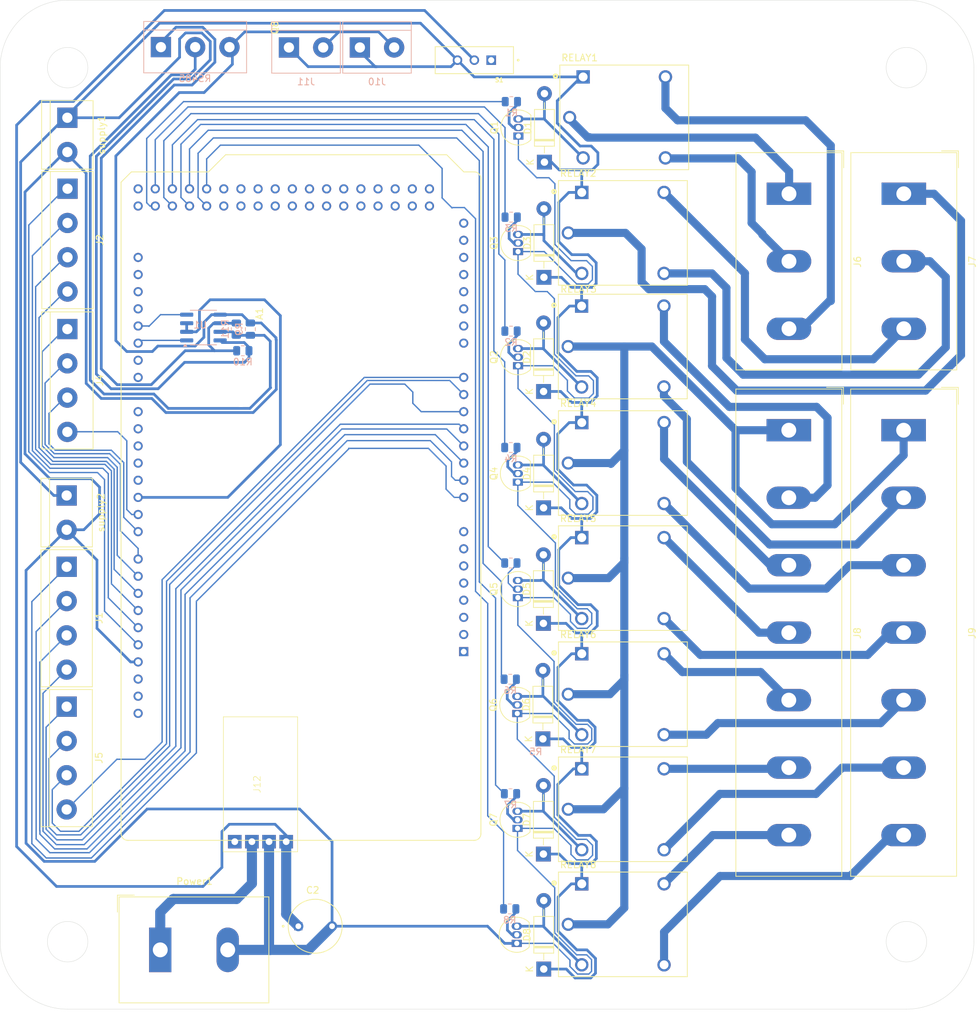
<source format=kicad_pcb>
(kicad_pcb (version 20241229) (generator "pcbnew") (generator_version "9.0")
  (layers (0 "F.Cu" signal) (2 "B.Cu" signal) (13 "F.Paste" user) (15 "B.Paste" user) (5 "F.SilkS" user "F.Silkscreen") (7 "B.SilkS" user "B.Silkscreen") (1 "F.Mask" user) (3 "B.Mask" user) (25 "Edge.Cuts" user))
  (net 0 "")
  (net 1 "Net-(D1-A)")
  (net 2 "5V")
  (net 3 "Net-(D2-A)")
  (net 4 "Net-(D3-A)")
  (net 5 "Net-(D4-A)")
  (net 6 "Net-(D5-A)")
  (net 7 "Net-(D6-A)")
  (net 8 "Net-(D7-A)")
  (net 9 "Net-(D8-A)")
  (net 10 "Net-(Q1-B)")
  (net 11 "GND")
  (net 12 "Net-(Q2-B)")
  (net 13 "Net-(Q3-B)")
  (net 14 "Net-(Q4-B)")
  (net 15 "Net-(Q5-B)")
  (net 16 "Net-(Q6-B)")
  (net 17 "Net-(Q7-B)")
  (net 18 "Net-(Q8-B)")
  (net 19 "RS485")
  (net 20 "TX1")
  (net 21 "B")
  (net 22 "RX1")
  (net 23 "A")
  (net 24 "I{slash}P8")
  (net 34 "I{slash}P2")
  (net 37 "I{slash}P4")
  (net 39 "I{slash}P5")
  (net 40 "TX3")
  (net 43 "OUT2")
  (net 45 "AD4")
  (net 46 "OUT4")
  (net 47 "OUT1")
  (net 50 "RX2")
  (net 56 "TX2")
  (net 58 "I{slash}P3")
  (net 59 "TX0")
  (net 62 "I{slash}P7")
  (net 66 "AD6")
  (net 67 "AD1")
  (net 73 "OUT7")
  (net 74 "OUT8")
  (net 75 "I{slash}P1")
  (net 76 "OUT6")
  (net 77 "I{slash}P6")
  (net 78 "AD0")
  (net 80 "RX0")
  (net 85 "AD5")
  (net 86 "AD7")
  (net 91 "AD3")
  (net 95 "RX3")
  (net 96 "OUT3")
  (net 101 "AD2")
  (net 103 "OUT5")
  (net 106 "RNO1")
  (net 107 "RNC1")
  (net 108 "COM1")
  (net 109 "COM3")
  (net 110 "RNO3")
  (net 111 "RNC3")
  (net 112 "COM2")
  (net 113 "RNC2")
  (net 114 "RNO2")
  (net 115 "RNO4")
  (net 116 "RNC4")
  (net 117 "RNC5")
  (net 118 "RNO5")
  (net 119 "RNO6")
  (net 120 "RNC6")
  (net 121 "RNO7")
  (net 122 "RNC7")
  (net 123 "RNO8")
  (net 124 "RNC8")
  (net 125 "24V")
  (net 126 "en")
  (net 127 "Vo")
  (footprint "Diode_THT:D_DO-41_SOD81_P10.16mm_Horizontal" (layer "F.Cu") (at 254.8128 104.2924 90)
    (property "Reference" "D3")
    (property "Value" "1N4001")
  )
  (footprint "Package_TO_SOT_THT:TO-92_Inline" (layer "F.Cu") (at 250.9774 117.3988 90)
    (property "Reference" "Q2")
    (property "Value" "2N3904")
  )
  (footprint "Diode_THT:D_DO-41_SOD81_P10.16mm_Horizontal" (layer "F.Cu") (at 254.7366 189.7634 90)
    (property "Reference" "D7")
    (property "Value" "1N4001")
  )
  (footprint "SRD-05VDC-SL-C:RELAY_SRD-05VDC-SL-C" (layer "F.Cu") (at 266.5222 97.7138)
    (property "Reference" "RELAY2")
    (property "Value" "SRD-05VDC-SL-C")
  )
  (footprint "A000067:MODULE_A000067" (layer "F.Cu") (at 218.8084 136.9316 90)
    (property "Reference" "A1")
    (property "Value" "A000067")
  )
  (footprint "Package_TO_SOT_THT:TO-92_Inline" (layer "F.Cu") (at 250.952 134.6454 90)
    (property "Reference" "Q4")
    (property "Value" "2N3904")
  )
  (footprint "TerminalBlock:TerminalBlock_bornier-4_P5.08mm" (layer "F.Cu") (at 184.1754 111.9632 -90)
    (property "Reference" "J4")
    (property "Value" "Screw_Terminal_01x04")
  )
  (footprint "Diode_THT:D_DO-41_SOD81_P10.16mm_Horizontal" (layer "F.Cu") (at 254.7366 155.575 90)
    (property "Reference" "D5")
    (property "Value" "1N4001")
  )
  (footprint "Package_TO_SOT_THT:TO-92_Inline" (layer "F.Cu") (at 250.952 151.765 90)
    (property "Reference" "Q5")
    (property "Value" "2N3904")
  )
  (footprint "Diode_THT:D_DO-41_SOD81_P10.16mm_Horizontal" (layer "F.Cu") (at 254.889 87.2236 90)
    (property "Reference" "D1")
    (property "Value" "1N4001")
  )
  (footprint "SRD-05VDC-SL-C:RELAY_SRD-05VDC-SL-C" (layer "F.Cu") (at 266.5222 200.1774)
    (property "Reference" "RELAY8")
    (property "Value" "SRD-05VDC-SL-C")
  )
  (footprint "TerminalBlock:TerminalBlock_bornier-2_P5.08mm" (layer "F.Cu") (at 184.0738 136.6266 -90)
    (property "Reference" "supply2")
    (property "Value" "Screw_Terminal_01x02")
  )
  (footprint "TerminalBlock:TerminalBlock_bornier-2_P5.08mm" (layer "F.Cu") (at 184.1754 80.645 -90)
    (property "Reference" "supply1")
    (property "Value" "Screw_Terminal_01x02")
  )
  (footprint "SRD-05VDC-SL-C:RELAY_SRD-05VDC-SL-C" (layer "F.Cu") (at 266.5222 131.8194)
    (property "Reference" "RELAY4")
    (property "Value" "SRD-05VDC-SL-C")
  )
  (footprint "TerminalBlock:TerminalBlock_bornier-4_P5.08mm" (layer "F.Cu") (at 184.0738 147.193 -90)
    (property "Reference" "J1")
    (property "Value" "Screw_Terminal_01x04")
  )
  (footprint "Diode_THT:D_DO-41_SOD81_P10.16mm_Horizontal" (layer "F.Cu") (at 254.762 138.4554 90)
    (property "Reference" "D4")
    (property "Value" "1N4001")
  )
  (footprint "voltg_mini_module:Untitled" (layer "F.Cu") (at 212.8012 179.4256 90)
    (property "Reference" "J12")
    (property "Value" "Screw_Terminal_01x04")
  )
  (footprint "SRD-05VDC-SL-C:RELAY_SRD-05VDC-SL-C" (layer "F.Cu") (at 266.5222 148.8694)
    (property "Reference" "RELAY5")
    (property "Value" "SRD-05VDC-SL-C")
  )
  (footprint "Diode_THT:D_DO-41_SOD81_P10.16mm_Horizontal" (layer "F.Cu") (at 254.6604 172.6946 90)
    (property "Reference" "D6")
    (property "Value" "1N4001")
  )
  (footprint "MINI-SPDT-SW:SW_MINI-SPDT-SW" (layer "F.Cu") (at 244.5004 72.1106 180)
    (property "Reference" "S1")
    (property "Value" "MINI-SPDT-SW")
  )
  (footprint "TerminalBlock_Dinkle:TerminalBlock_Dinkle_DT-55-B01X-07_P10.00mm" (layer "F.Cu") (at 308.1274 126.9542 -90)
    (property "Reference" "J9")
    (property "Value" "Screw_Terminal_01x07")
  )
  (footprint "TerminalBlock_Dinkle:TerminalBlock_Dinkle_DT-55-B01X-03_P10.00mm" (layer "F.Cu") (at 308.1528 91.9124 -90)
    (property "Reference" "J7")
    (property "Value" "Screw_Terminal_01x03")
  )
  (footprint "TerminalBlock:TerminalBlock_bornier-4_P5.08mm" (layer "F.Cu") (at 184.2008 91.1606 -90)
    (property "Reference" "J2")
    (property "Value" "Screw_Terminal_01x04")
  )
  (footprint "Diode_THT:D_DO-41_SOD81_P10.16mm_Horizontal" (layer "F.Cu") (at 254.7874 206.8068 90)
    (property "Reference" "D8")
    (property "Value" "1N4001")
  )
  (footprint "Package_TO_SOT_THT:TO-92_Inline" (layer "F.Cu") (at 250.8631 168.9354 90)
    (property "Reference" "Q6")
    (property "Value" "2N3904")
  )
  (footprint "Package_TO_SOT_THT:TO-92_Inline" (layer "F.Cu") (at 250.9012 185.9534 90)
    (property "Reference" "Q7")
    (property "Value" "2N3904")
  )
  (footprint "Package_TO_SOT_THT:TO-92_Inline" (layer "F.Cu") (at 250.9774 100.4824 90)
    (property "Reference" "Q3")
    (property "Value" "2N3904")
  )
  (footprint "Diode_THT:D_DO-41_SOD81_P10.16mm_Horizontal" (layer "F.Cu") (at 254.762 121.2088 90)
    (property "Reference" "D2")
    (property "Value" "1N4001")
  )
  (footprint "SRD-05VDC-SL-C:RELAY_SRD-05VDC-SL-C" (layer "F.Cu") (at 266.7254 80.5942)
    (property "Reference" "RELAY1")
    (property "Value" "SRD-05VDC-SL-C")
  )
  (footprint "TerminalBlock_Dinkle:TerminalBlock_Dinkle_DT-55-B01X-07_P10.00mm" (layer "F.Cu") (at 291.1094 126.9542 -90)
    (property "Reference" "J8")
    (property "Value" "Screw_Terminal_01x07")
  )
  (footprint "SRD-05VDC-SL-C:RELAY_SRD-05VDC-SL-C" (layer "F.Cu") (at 266.5222 183.1274)
    (property "Reference" "RELAY7")
    (property "Value" "SRD-05VDC-SL-C")
  )
  (footprint "SRD-05VDC-SL-C:RELAY_SRD-05VDC-SL-C" (layer "F.Cu") (at 266.5008 114.5484)
    (property "Reference" "RELAY3")
    (property "Value" "SRD-05VDC-SL-C")
  )
  (footprint "TerminalBlock:TerminalBlock_bornier-4_P5.08mm" (layer "F.Cu") (at 184.0738 167.9194 -90)
    (property "Reference" "J5")
    (property "Value" "Screw_Terminal_01x04")
  )
  (footprint "TerminalBlock_Dinkle:TerminalBlock_Dinkle_DT-55-B01X-02_P10.00mm" (layer "F.Cu") (at 197.946 203.962)
    (property "Reference" "Power1")
    (property "Value" "Screw_Terminal_01x02")
  )
  (footprint "Package_TO_SOT_THT:TO-92_Inline" (layer "F.Cu") (at 250.7869 202.9968 90)
    (property "Reference" "Q8")
    (property "Value" "2N3904")
  )
  (footprint "EEUFS1H221LB:CAPPRD500W60D800H2000" (layer "F.Cu") (at 220.9111 200.4568)
    (property "Reference" "C2")
    (property "Value" "330uF")
  )
  (footprint "Package_TO_SOT_THT:TO-92_Inline" (layer "F.Cu") (at 251.0282 83.3628 90)
    (property "Reference" "Q1")
    (property "Value" "2N3904")
  )
  (footprint "TerminalBlock_Dinkle:TerminalBlock_Dinkle_DT-55-B01X-03_P10.00mm" (layer "F.Cu") (at 291.1348 91.9124 -90)
    (property "Reference" "J6")
    (property "Value" "Screw_Terminal_01x03")
  )
  (footprint "SRD-05VDC-SL-C:RELAY_SRD-05VDC-SL-C" (layer "F.Cu") (at 266.5222 166.0774)
    (property "Reference" "RELAY6")
    (property "Value" "SRD-05VDC-SL-C")
  )
  (footprint "TerminalBlock:TerminalBlock_bornier-2_P5.08mm" (layer "B.Cu") (at 227.5332 70.231)
    (property "Reference" "J10")
    (property "Value" "Screw_Terminal_01x02")
  )
  (footprint "TerminalBlock:TerminalBlock_bornier-3_P5.08mm" (layer "B.Cu") (at 198.0438 70.1802)
    (property "Reference" "RS485")
    (property "Value" "Screw_Terminal_01x03")
  )
  (footprint "TerminalBlock:TerminalBlock_bornier-2_P5.08mm" (layer "B.Cu") (at 217.0176 70.231)
    (property "Reference" "J11")
    (property "Value" "Screw_Terminal_01x02")
  )
  (footprint "Package_SO:SOIC-8_3.9x4.9mm_P1.27mm" (layer "B.Cu") (at 204.342299 111.733899)
    (property "Reference" "U1")
    (property "Value" "MAX485E")
  )
  (footprint "Resistor_SMD:R_0805_2012Metric" (layer "B.Cu") (at 210.184299 115.177099)
    (property "Reference" "R10")
    (property "Value" "20K")
  )
  (footprint "Resistor_SMD:R_0805_2012Metric" (layer "B.Cu") (at 249.8217 163.8554)
    (property "Reference" "R6")
    (property "Value" "1K")
  )
  (footprint "Resistor_SMD:R_0805_2012Metric" (layer "B.Cu") (at 249.9106 129.5146)
    (property "Reference" "R4")
    (property "Value" "1K")
  )
  (footprint "Resistor_SMD:R_0805_2012Metric" (layer "B.Cu") (at 209.219099 111.976699 -90)
    (property "Reference" "R11")
    (property "Value" "120")
  )
  (footprint "Resistor_SMD:R_0805_2012Metric" (layer "B.Cu") (at 249.8598 180.8226)
    (property "Reference" "R7")
    (property "Value" "1K")
  )
  (footprint "Resistor_SMD:R_0805_2012Metric" (layer "B.Cu") (at 249.9868 78.2574)
    (property "Reference" "R1")
    (property "Value" "1K")
  )
  (footprint "Resistor_SMD:R_0805_2012Metric" (layer "B.Cu") (at 249.7455 197.8914)
    (property "Reference" "R8")
    (property "Value" "1K")
  )
  (footprint "Resistor_SMD:R_0805_2012Metric" (layer "B.Cu") (at 211.301899 111.974799 -90)
    (property "Reference" "R9")
    (property "Value" "20K")
  )
  (footprint "Resistor_SMD:R_0805_2012Metric" (layer "B.Cu") (at 249.936 112.268)
    (property "Reference" "R2")
    (property "Value" "1K")
  )
  (footprint "Resistor_SMD:R_0805_2012Metric" (layer "B.Cu") (at 249.9106 146.6342)
    (property "Reference" "R5")
    (property "Value" "1K")
  )
  (footprint "Resistor_SMD:R_0805_2012Metric" (layer "B.Cu") (at 249.9614 95.377)
    (property "Reference" "R3")
    (property "Value" "1K")
  )
  (gr_circle (center 308.5414 202.7504) (end 311.5414 202.7504) (stroke (width 0.05)) (fill no) (layer "Edge.Cuts"))
  (gr_line (start 174.2186 202.7504) (end 174.2186 73.2206) (stroke (width 0.05)) (layer "Edge.Cuts"))
  (gr_circle (center 184.2186 202.7504) (end 187.2186 202.7504) (stroke (width 0.05)) (fill no) (layer "Edge.Cuts"))
  (gr_arc (start 308.5414 63.2206) (mid 315.612468 66.149532) (end 318.5414 73.2206) (stroke (width 0.05)) (layer "Edge.Cuts"))
  (gr_line (start 184.2186 63.2206) (end 308.5414 63.2206) (stroke (width 0.05)) (layer "Edge.Cuts"))
  (gr_arc (start 318.5414 202.7504) (mid 315.612468 209.821468) (end 308.5414 212.7504) (stroke (width 0.05)) (layer "Edge.Cuts"))
  (gr_arc (start 184.2186 212.7504) (mid 177.147532 209.821468) (end 174.2186 202.7504) (stroke (width 0.05)) (layer "Edge.Cuts"))
  (gr_line (start 308.5414 212.7504) (end 184.2186 212.7504) (stroke (width 0.05)) (layer "Edge.Cuts"))
  (gr_arc (start 174.2186 73.2206) (mid 177.147532 66.149532) (end 184.2186 63.2206) (stroke (width 0.05)) (layer "Edge.Cuts"))
  (gr_circle (center 184.2186 73.2206) (end 187.2186 73.2206) (stroke (width 0.05)) (fill no) (layer "Edge.Cuts"))
  (gr_line (start 318.5414 73.2206) (end 318.5414 202.7504) (stroke (width 0.05)) (layer "Edge.Cuts"))
  (gr_circle (center 308.5414 73.2206) (end 311.5414 73.2206) (stroke (width 0.05)) (fill no) (layer "Edge.Cuts"))
  (segment (start 254.7874 77.1652) (end 254.889 77.0636) (width 0.4) (layer "B.Cu") (net 1))
  (segment (start 254.7874 80.8228) (end 254.889 80.7212) (width 0.4) (layer "B.Cu") (net 1))
  (segment (start 254.889 80.8578) (end 260.6254 86.5942) (width 0.4) (layer "B.Cu") (net 1))
  (segment (start 254.889 80.7212) (end 254.889 80.8578) (width 0.4) (layer "B.Cu") (net 1))
  (segment (start 251.0282 80.8228) (end 254.7874 80.8228) (width 0.4) (layer "B.Cu") (net 1))
  (segment (start 254.889 77.0636) (end 254.889 80.7212) (width 0.4) (layer "B.Cu") (net 1))
  (segment (start 258.953 140.0302) (end 257.3782 138.4554) (width 0.4) (layer "B.Cu") (net 2))
  (segment (start 260.3754 122.8344) (end 260.4222 122.8812) (width 0.4) (layer "B.Cu") (net 2))
  (segment (start 262.5852 187.8838) (end 262.5852 190.4238) (width 0.4) (layer "B.Cu") (net 2))
  (segment (start 205.359 72.071542) (end 205.359 69.342) (width 0.4) (layer "B.Cu") (net 2))
  (segment (start 182.1738 136.6266) (end 177.2568 131.7096) (width 0.4) (layer "B.Cu") (net 2))
  (segment (start 244.484 74.5942) (end 260.6254 74.5942) (width 0.4) (layer "B.Cu") (net 2))
  (segment (start 207.136299 113.957899) (end 206.817299 113.638899) (width 0.4) (layer "B.Cu") (net 2))
  (segment (start 241.0352 73.0758) (end 242.0004 72.1106) (width 0.4) (layer "B.Cu") (net 2))
  (segment (start 262.7122 121.8692) (end 261.747 122.8344) (width 0.4) (layer "B.Cu") (net 2))
  (segment (start 256.914 196.1458) (end 256.914 201.1934) (width 0.4) (layer "B.Cu") (net 2))
  (segment (start 262.001 88.3666) (end 260.3246 88.3666) (width 0.4) (layer "B.Cu") (net 2))
  (segment (start 258.9276 122.8344) (end 257.302 121.2088) (width 0.4) (layer "B.Cu") (net 2))
  (segment (start 255.9304 87.2236) (end 254.889 87.2236) (width 0.4) (layer "B.Cu") (net 2))
  (segment (start 188.468 118.618) (end 188.468 86.36) (width 0.4) (layer "B.Cu") (net 2))
  (segment (start 260.4222 125.8194) (end 258.5588 125.8194) (width 0.4) (layer "B.Cu") (net 2))
  (segment (start 256.8632 127.515) (end 256.8632 132.73608) (width 0.4) (layer "B.Cu") (net 2))
  (segment (start 258.1402 206.8068) (end 254.7874 206.8068) (width 0.4) (layer "B.Cu") (net 2))
  (segment (start 260.5024 156.9974) (end 260.4222 157.0776) (width 0.4) (layer "B.Cu") (net 2))
  (segment (start 256.8956 110.2614) (end 256.8956 115.4938) (width 0.4) (layer "B.Cu") (net 2))
  (segment (start 260.4008 191.1858) (end 260.4222 191.2072) (width 0.4) (layer "B.Cu") (net 2))
  (segment (start 262.7122 155.956) (end 261.6708 156.9974) (width 0.4) (layer "B.Cu") (net 2))
  (segment (start 262.6614 136.6012) (end 262.6614 139.065) (width 0.4) (layer "B.Cu") (net 2))
  (segment (start 211.122199 115.100899) (end 211.122199 114.692599) (width 0.4) (layer "B.Cu") (net 2))
  (segment (start 257.0734 189.7634) (end 254.7366 189.7634) (width 0.4) (layer "B.Cu") (net 2))
  (segment (start 262.008 105.784) (end 260.5024 105.784) (width 0.4) (layer "B.Cu") (net 2))
  (segment (start 242.0004 72.1106) (end 244.484 74.5942) (width 0.4) (layer "B.Cu") (net 2))
  (segment (start 256.8956 115.4938) (end 256.9464 115.4938) (width 0.4) (layer "B.Cu") (net 2))
  (segment (start 183.8198 80.645) (end 197.832 66.6328) (width 0.4) (layer "B.Cu") (net 2))
  (segment (start 262.4582 207.4164) (end 261.747 208.1276) (width 0.4) (layer "B.Cu") (net 2))
  (segment (start 261.13874 135.07854) (end 262.6614 136.6012) (width 0.4) (layer "B.Cu") (net 2))
  (segment (start 227.5332 70.8152) (end 227.5332 70.231) (width 0.4) (layer "B.Cu") (net 2))
  (segment (start 257.0156 144.66) (end 257.0156 149.95728) (width 0.4) (layer "B.Cu") (net 2))
  (segment (start 261.366 100.9396) (end 262.5598 102.1334) (width 0.4) (layer "B.Cu") (net 2))
  (segment (start 259.5118 156.9974) (end 258.0894 155.575) (width 0.4) (layer "B.Cu") (net 2))
  (segment (start 197.832 66.6328) (end 236.5226 66.6328) (width 0.4) (layer "B.Cu") (net 2))
  (segment (start 262.4004 173.2096) (end 261.6524 173.9576) (width 0.4) (layer "B.Cu") (net 2))
  (segment (start 260.4008 108.5484) (end 258.6086 108.5484) (width 0.4) (layer "B.Cu") (net 2))
  (segment (start 258.9206 173.9576) (end 257.6576 172.6946) (width 0.4) (layer "B.Cu") (net 2))
  (segment (start 262.5852 190.4238) (end 261.8232 191.1858) (width 0.4) (layer "B.Cu") (net 2))
  (segment (start 201.549 116.8908) (end 197.6328 120.807) (width 0.4) (layer "B.Cu") (net 2))
  (segment (start 259.9182 186.9948) (end 261.6962 186.9948) (width 0.4) (layer "B.Cu") (net 2))
  (segment (start 230.0224 73.0758) (end 229.7938 73.0758) (width 0.4) (layer "B.Cu") (net 2))
  (segment (start 201.7014 68.072) (end 200.8124 68.961) (width 0.4) (layer "B.Cu") (net 2))
  (segment (start 210.439 116.8908) (end 201.549 116.8908) (width 0.4) (layer "B.Cu") (net 2))
  (segment (start 262.5598 105.2322) (end 262.008 105.784) (width 0.4) (layer "B.Cu") (net 2))
  (segment (start 261.1882 203.962) (end 262.4582 205.232) (width 0.4) (layer "B.Cu") (net 2))
  (segment (start 261.8232 84.836) (end 262.8138 85.8266) (width 0.4) (layer "B.Cu") (net 2))
  (segment (start 188.468 86.36) (end 199.932 74.896) (width 0.4) (layer "B.Cu") (net 2))
  (segment (start 256.914 201.1934) (end 259.6826 203.962) (width 0.4) (layer "B.Cu") (net 2))
  (segment (start 200.8124 68.961) (end 200.8124 71.6788) (width 0.4) (layer "B.Cu") (net 2))
  (segment (start 262.8138 85.8266) (end 262.8138 87.5538) (width 0.4) (layer "B.Cu") (net 2))
  (segment (start 259.4356 208.1276) (end 258.3688 207.0608) (width 0.4) (layer "B.Cu") (net 2))
  (segment (start 260.5024 105.784) (end 258.8952 105.784) (width 0.4) (layer "B.Cu") (net 2))
  (segment (start 261.6708 156.9974) (end 260.5024 156.9974) (width 0.4) (layer "B.Cu") (net 2))
  (segment (start 219.8624 73.0758) (end 217.0176 70.231) (width 0.4) (layer "B.Cu") (net 2))
  (segment (start 256.8632 132.73608) (end 259.20566 135.07854) (width 0.4) (layer "B.Cu") (net 2))
  (segment (start 229.7938 73.0758) (end 227.5332 70.8152) (width 0.4) (layer "B.Cu") (net 2))
  (segment (start 190.657 120.807) (end 188.468 118.618) (width 0.4) (layer "B.Cu") (net 2))
  (segment (start 261.6524 173.9576) (end 260.4262 173.9576) (width 0.4) (layer "B.Cu") (net 2))
  (segment (start 260.3754 122.8344) (end 258.9276 122.8344) (width 0.4) (layer "B.Cu") (net 2))
  (segment (start 211.096799 116.233001) (end 210.439 116.8908) (width 0.4) (layer "B.Cu") (net 2))
  (segment (start 177.2568 131.7096) (end 177.2568 87.208) (width 0.4) (layer "B.Cu") (net 2))
  (segment (start 199.932 74.896) (end 202.534542 74.896) (width 0.4) (layer "B.Cu") (net 2))
  (segment (start 260.4222 160.0774) (end 258.921 160.0774) (width 0.4) (layer "B.Cu") (net 2))
  (segment (start 260.1722 84.836) (end 261.8232 84.836) (width 0.4) (layer "B.Cu") (net 2))
  (segment (start 257.6576 172.6946) (end 254.6604 172.6946) (width 0.4) (layer "B.Cu") (net 2))
  (segment (start 258.5588 125.8194) (end 256.8632 127.515) (width 0.4) (layer "B.Cu") (net 2))
  (segment (start 256.794 81.4578) (end 260.1722 84.836) (width 0.4) (layer "B.Cu") (net 2))
  (segment (start 260.4222 122.8812) (end 260.4222 125.8194) (width 0.4) (layer "B.Cu") (net 2))
  (segment (start 259.1938 177.1274) (end 256.8702 179.451) (width 0.4) (layer "B.Cu") (net 2))
  (segment (start 230.0224 73.0758) (end 241.0352 73.0758) (width 0.4) (layer "B.Cu") (net 2))
  (segment (start 260.4222 142.8694) (end 258.8062 142.8694) (width 0.4) (layer "B.Cu") (net 2))
  (segment (start 259.20566 135.07854) (end 261.13874 135.07854) (width 0.4) (layer "B.Cu") (net 2))
  (segment (start 257.0156 149.95728) (end 259.86606 152.80774) (width 0.4) (layer "B.Cu") (net 2))
  (segment (start 260.4222 174.1972) (end 260.4222 177.1274) (width 0.4) (layer "B.Cu") (net 2))
  (segment (start 262.7122 119.1768) (end 262.7122 121.8692) (width 0.4) (layer "B.Cu") (net 2))
  (segment (start 260.477 140.0302) (end 260.4222 140.085) (width 0.4) (layer "B.Cu") (net 2))
  (segment (start 204.089 68.072) (end 201.7014 68.072) (width 0.4) (layer "B.Cu") (net 2))
  (segment (start 256.8956 167.005) (end 256.8702 167.0304) (width 0.4) (layer "B.Cu") (net 2))
  (segment (start 260.4222 140.085) (end 260.4222 142.8694) (width 0.4) (layer "B.Cu") (net 2))
  (segment (start 260.4222 88.4642) (end 260.3246 88.3666) (width 0.4) (layer "B.Cu") (net 2))
  (segment (start 258.5014 91.7138) (end 257.0226 93.1926) (width 0.4) (layer "B.Cu") (net 2))
  (segment (start 256.8702 167.0304) (end 259.7912 169.9514) (width 0.4) (layer "B.Cu") (net 2))
  (segment (start 258.4958 191.1858) (end 257.0734 189.7634) (width 0.4) (layer "B.Cu") (net 2))
  (segment (start 256.9464 115.4938) (end 259.6896 118.237) (width 0.4) (layer "B.Cu") (net 2))
  (segment (start 184.0738 136.6266) (end 182.1738 136.6266) (width 0.4) (layer "B.Cu") (net 2))
  (segment (start 257.4036 104.2924) (end 254.8128 104.2924) (width 0.4) (layer "B.Cu") (net 2))
  (segment (start 211.096799 115.177099) (end 211.096799 116.233001) (width 0.4) (layer "B.Cu") (net 2))
  (segment (start 258.921 160.0774) (end 256.8956 162.1028) (width 0.4) (layer "B.Cu") (net 2))
  (segment (start 258.8824 194.1774) (end 256.914 196.1458) (width 0.4) (layer "B.Cu") (net 2))
  (segment (start 191.8462 80.645) (end 183.8198 80.645) (width 0.4) (layer "B.Cu") (net 2))
  (segment (start 260.4222 191.2072) (end 260.4222 194.1774) (width 0.4) (layer "B.Cu") (net 2))
  (segment (start 260.4222 157.0776) (end 260.4222 160.0774) (width 0.4) (layer "B.Cu") (net 2))
  (segment (start 260.4222 91.7138) (end 258.5014 91.7138) (width 0.4) (layer "B.Cu") (net 2))
  (segment (start 261.38872 169.9514) (end 262.4004 170.963079) (width 0.4) (layer "B.Cu") (net 2))
  (segment (start 260.4008 105.8856) (end 260.4008 108.5484) (width 0.4) (layer "B.Cu") (net 2))
  (segment (start 260.3302 74.5942) (end 256.794 78.1304) (width 0.4) (layer "B.Cu") (net 2))
  (segment (start 260.4262 174.1932) (end 260.4222 174.1972) (width 0.4) (layer "B.Cu") (net 2))
  (segment (start 259.7912 169.9514) (end 261.38872 169.9514) (width 0.4) (layer "B.Cu") (net 2))
  (segment (start 259.6826 203.962) (end 261.1882 203.962) (width 0.4) (layer "B.Cu") (net 2))
  (segment (start 258.0894 155.575) (end 254.7366 155.575) (width 0.4) (layer "B.Cu") (net 2))
  (segment (start 261.6962 186.9948) (end 262.5852 187.8838) (width 0.4) (layer "B.Cu") (net 2))
  (segment (start 262.4582 205.232) (end 262.4582 207.4164) (width 0.4) (layer "B.Cu") (net 2))
  (segment (start 230.0224 73.0758) (end 219.8624 73.0758) (width 0.4) (layer "B.Cu") (net 2))
  (segment (start 202.534542 74.896) (end 205.359 72.071542) (width 0.4) (layer "B.Cu") (net 2))
  (segment (start 260.6254 74.5942) (end 260.3302 74.5942) (width 0.4) (layer "B.Cu") (net 2))
  (segment (start 260.4008 191.1858) (end 258.4958 191.1858) (width 0.4) (layer "B.Cu") (net 2))
  (segment (start 210.387499 113.957899) (end 207.136299 113.957899) (width 0.4) (layer "B.Cu") (net 2))
  (segment (start 258.6086 108.5484) (end 256.8956 110.2614) (width 0.4) (layer "B.Cu") (net 2))
  (segment (start 258.3688 207.0608) (end 258.3688 207.0354) (width 0.4) (layer "B.Cu") (net 2))
  (segment (start 260.4222 177.1274) (end 259.1938 177.1274) (width 0.4) (layer "B.Cu") (net 2))
  (segment (start 258.953 100.9396) (end 261.366 100.9396) (width 0.4) (layer "B.Cu") (net 2))
  (segment (start 257.0226 99.0092) (end 258.953 100.9396) (width 0.4) (layer "B.Cu") (net 2))
  (segment (start 260.4222 194.1774) (end 258.8824 194.1774) (width 0.4) (layer "B.Cu") (net 2))
  (segment (start 256.8702 179.451) (end 256.8702 183.9468) (width 0.4) (layer "B.Cu") (net 2))
  (segment (start 205.359 69.342) (end 204.089 68.072) (width 0.4) (layer "B.Cu") (net 2))
  (segment (start 211.122199 114.692599) (end 210.387499 113.957899) (width 0.4) (layer "B.Cu") (net 2))
  (segment (start 260.4262 173.9576) (end 258.9206 173.9576) (width 0.4) (layer "B.Cu") (net 2))
  (segment (start 261.6962 140.0302) (end 260.477 140.0302) (width 0.4) (layer "B.Cu") (net 2))
  (segment (start 260.5024 105.784) (end 260.4008 105.8856) (width 0.4) (layer "B.Cu") (net 2))
  (segment (start 261.7724 118.237) (end 262.7122 119.1768) (width 0.4) (layer "B.Cu") (net 2))
  (segment (start 262.7122 153.7716) (end 262.7122 155.956) (width 0.4) (layer "B.Cu") (net 2))
  (segment (start 256.794 78.1304) (end 256.794 81.4578) (width 0.4) (layer "B.Cu") (net 2))
  (segment (start 260.4262 173.9576) (end 260.4262 174.1932) (width 0.4) (layer "B.Cu") (net 2))
  (segment (start 260.4222 91.7138) (end 260.4222 88.4642) (width 0.4) (layer "B.Cu") (net 2))
  (segment (start 258.8952 105.784) (end 257.4036 104.2924) (width 0.4) (layer "B.Cu") (net 2))
  (segment (start 262.5598 102.1334) (end 262.5598 105.2322) (width 0.4) (layer "B.Cu") (net 2))
  (segment (start 256.8702 183.9468) (end 259.9182 186.9948) (width 0.4) (layer "B.Cu") (net 2))
  (segment (start 236.5226 66.6328) (end 242.0004 72.1106) (width 0.4) (layer "B.Cu") (net 2))
  (segment (start 200.8124 71.6788) (end 191.8462 80.645) (width 0.4) (layer "B.Cu") (net 2))
  (segment (start 262.6614 139.065) (end 261.6962 140.0302) (width 0.4) (layer "B.Cu") (net 2))
  (segment (start 261.8232 191.1858) (end 260.4008 191.1858) (width 0.4) (layer "B.Cu") (net 2))
  (segment (start 261.747 122.8344) (end 260.3754 122.8344) (width 0.4) (layer "B.Cu") (net 2))
  (segment (start 257.0226 93.1926) (end 257.0226 99.0092) (width 0.4) (layer "B.Cu") (net 2))
  (segment (start 257.3782 138.4554) (end 254.762 138.4554) (width 0.4) (layer "B.Cu") (net 2))
  (segment (start 259.6896 118.237) (end 261.7724 118.237) (width 0.4) (layer "B.Cu") (net 2))
  (segment (start 262.8138 87.5538) (end 262.001 88.3666) (width 0.4) (layer "B.Cu") (net 2))
  (segment (start 197.6328 120.807) (end 190.657 120.807) (width 0.4) (layer "B.Cu") (net 2))
  (segment (start 261.747 208.1276) (end 259.4356 208.1276) (width 0.4) (layer "B.Cu") (net 2))
  (segment (start 257.302 121.2088) (end 254.762 121.2088) (width 0.4) (layer "B.Cu") (net 2))
  (segment (start 259.86606 152.80774) (end 261.74834 152.80774) (width 0.4) (layer "B.Cu") (net 2))
  (segment (start 258.3688 207.0354) (end 258.1402 206.8068) (width 0.4) (layer "B.Cu") (net 2))
  (segment (start 258.8062 142.8694) (end 257.0156 144.66) (width 0.4) (layer "B.Cu") (net 2))
  (segment (start 260.477 140.0302) (end 258.953 140.0302) (width 0.4) (layer "B.Cu") (net 2))
  (segment (start 262.4004 170.963079) (end 262.4004 173.2096) (width 0.4) (layer "B.Cu") (net 2))
  (segment (start 257.0734 88.3666) (end 255.9304 87.2236) (width 0.4) (layer "B.Cu") (net 2))
  (segment (start 260.5024 156.9974) (end 259.5118 156.9974) (width 0.4) (layer "B.Cu") (net 2))
  (segment (start 261.74834 152.80774) (end 262.7122 153.7716) (width 0.4) (layer "B.Cu") (net 2))
  (segment (start 256.8956 162.1028) (end 256.8956 167.005) (width 0.4) (layer "B.Cu") (net 2))
  (segment (start 260.3246 88.3666) (end 257.0734 88.3666) (width 0.4) (layer "B.Cu") (net 2))
  (segment (start 177.2568 87.208) (end 183.8198 80.645) (width 0.4) (layer "B.Cu") (net 2))
  (segment (start 254.762 114.9096) (end 260.4008 120.5484) (width 0.4) (layer "B.Cu") (net 3))
  (segment (start 254.635 111.1758) (end 254.762 111.0488) (width 0.4) (layer "B.Cu") (net 3))
  (segment (start 254.7112 114.8588) (end 254.762 114.9096) (width 0.4) (layer "B.Cu") (net 3))
  (segment (start 254.762 111.0488) (end 254.762 114.9096) (width 0.4) (layer "B.Cu") (net 3))
  (segment (start 250.9774 114.8588) (end 254.7112 114.8588) (width 0.4) (layer "B.Cu") (net 3))
  (segment (start 254.8128 98.8568) (end 259.6698 103.7138) (width 0.4) (layer "B.Cu") (net 4))
  (segment (start 254.8128 98.1044) (end 254.8128 98.8568) (width 0.4) (layer "B.Cu") (net 4))
  (segment (start 254.6508 97.9424) (end 254.8128 98.1044) (width 0.4) (layer "B.Cu") (net 4))
  (segment (start 254.8128 94.1324) (end 254.8128 98.1044) (width 0.4) (layer "B.Cu") (net 4))
  (segment (start 254.7112 94.234) (end 254.8128 94.1324) (width 0.4) (layer "B.Cu") (net 4))
  (segment (start 250.9774 97.9424) (end 254.6508 97.9424) (width 0.4) (layer "B.Cu") (net 4))
  (segment (start 259.6698 103.7138) (end 260.4222 103.7138) (width 0.4) (layer "B.Cu") (net 4))
  (segment (start 254.762 132.1592) (end 260.4222 137.8194) (width 0.4) (layer "B.Cu") (net 5))
  (segment (start 254.635 128.4224) (end 254.762 128.2954) (width 0.4) (layer "B.Cu") (net 5))
  (segment (start 254.7082 132.1054) (end 254.762 132.1592) (width 0.4) (layer "B.Cu") (net 5))
  (segment (start 250.952 132.1054) (end 254.7082 132.1054) (width 0.4) (layer "B.Cu") (net 5))
  (segment (start 254.762 128.2954) (end 254.762 132.1592) (width 0.4) (layer "B.Cu") (net 5))
  (segment (start 254.3906 149.1838) (end 254.3494 149.225) (width 0.4) (layer "B.Cu") (net 6))
  (segment (start 254.7366 149.1838) (end 260.4222 154.8694) (width 0.4) (layer "B.Cu") (net 6))
  (segment (start 254.635 145.5166) (end 254.7366 145.415) (width 0.4) (layer "B.Cu") (net 6))
  (segment (start 254.7366 149.1838) (end 254.3906 149.1838) (width 0.4) (layer "B.Cu") (net 6))
  (segment (start 254.7366 145.415) (end 254.7366 149.1838) (width 0.4) (layer "B.Cu") (net 6))
  (segment (start 254.3494 149.225) (end 250.952 149.225) (width 0.4) (layer "B.Cu") (net 6))
  (segment (start 254.6604 162.5346) (end 254.6604 166.3156) (width 0.4) (layer "B.Cu") (net 7))
  (segment (start 254.5334 162.6616) (end 254.6604 162.5346) (width 0.4) (layer "B.Cu") (net 7))
  (segment (start 250.8631 166.3954) (end 254.5461 166.3954) (width 0.4) (layer "B.Cu") (net 7))
  (segment (start 254.6604 166.3156) (end 260.4222 172.0774) (width 0.4) (layer "B.Cu") (net 7))
  (segment (start 254.7366 183.4418) (end 260.4222 189.1274) (width 0.4) (layer "B.Cu") (net 8))
  (segment (start 254.6096 179.7304) (end 254.7366 179.6034) (width 0.4) (layer "B.Cu") (net 8))
  (segment (start 254.7366 179.6034) (end 254.7366 183.4418) (width 0.4) (layer "B.Cu") (net 8))
  (segment (start 250.9012 183.4134) (end 254.6604 183.4134) (width 0.4) (layer "B.Cu") (net 8))
  (segment (start 250.7869 200.406) (end 251.1171 200.406) (width 0.4) (layer "B.Cu") (net 9))
  (segment (start 254.7874 196.6468) (end 254.7874 200.5426) (width 0.4) (layer "B.Cu") (net 9))
  (segment (start 250.8885 200.533) (end 250.8885 200.5584) (width 0.4) (layer "B.Cu") (net 9))
  (segment (start 250.7869 200.4314) (end 250.8885 200.533) (width 0.4) (layer "B.Cu") (net 9))
  (segment (start 254.7874 200.5426) (end 260.4222 206.1774) (width 0.4) (layer "B.Cu") (net 9))
  (segment (start 250.7869 200.4568) (end 254.7239 200.4568) (width 0.4) (layer "B.Cu") (net 9))
  (segment (start 254.6604 196.7738) (end 254.7874 196.6468) (width 0.4) (layer "B.Cu") (net 9))
  (segment (start 249.6566 81.5086) (end 249.6566 79.9338) (width 0.4) (layer "B.Cu") (net 10))
  (segment (start 250.8993 78.6911) (end 250.8993 78.2574) (width 0.4) (layer "B.Cu") (net 10))
  (segment (start 249.6566 79.9338) (end 250.8993 78.6911) (width 0.4) (layer "B.Cu") (net 10))
  (segment (start 251.0282 82.0928) (end 250.2408 82.0928) (width 0.4) (layer "B.Cu") (net 10))
  (segment (start 250.2408 82.0928) (end 249.6566 81.5086) (width 0.4) (layer "B.Cu") (net 10))
  (segment (start 259.7658 156.3116) (end 258.7498 155.2956) (width 0.2) (layer "B.Cu") (net 11))
  (segment (start 206.817299 109.828899) (end 205.562901 109.828899) (width 0.4) (layer "B.Cu") (net 11))
  (segment (start 186.6138 141.7066) (end 184.0738 141.7066) (width 0.4) (layer "B.Cu") (net 11))
  (segment (start 261.874 207.137) (end 261.4676 207.5434) (width 0.2) (layer "B.Cu") (net 11))
  (segment (start 261.8994 155.6258) (end 261.2136 156.3116) (width 0.2) (layer "B.Cu") (net 11))
  (segment (start 188.9506 139.3698) (end 186.6138 141.7066) (width 0.4) (layer "B.Cu") (net 11))
  (segment (start 250.952 151.765) (end 250.952 155.8544) (width 0.2) (layer "B.Cu") (net 11))
  (segment (start 191.3636 113.665) (end 191.3636 86.3092) (width 0.4) (layer "B.Cu") (net 11))
  (segment (start 262.0264 189.9412) (end 261.3406 190.627) (width 0.2) (layer "B.Cu") (net 11))
  (segment (start 197.5866 114.4778) (end 196.7738 115.2906) (width 0.4) (layer "B.Cu") (net 11))
  (segment (start 204.4446 76.9112) (end 208.6356 72.7202) (width 0.4) (layer "B.Cu") (net 11))
  (segment (start 183.8198 85.725) (end 177.9016 91.6432) (width 0.4) (layer "B.Cu") (net 11))
  (segment (start 230.3018 67.9196) (end 232.6132 70.231) (width 0.4) (layer "B.Cu") (net 11))
  (segment (start 258.5466 172.6692) (end 258.5466 171.4754) (width 0.2) (layer "B.Cu") (net 11))
  (segment (start 193.548 161.29) (end 194.6656 161.29) (width 0.4) (layer "B.Cu") (net 11))
  (segment (start 184.0738 141.7066) (end 178.054 147.7264) (width 0.4) (layer "B.Cu") (net 11))
  (segment (start 253.746 89.535) (end 255.5494 89.535) (width 0.2) (layer "B.Cu") (net 11))
  (segment (start 214.0712 187.9256) (end 214.0712 203.8096) (width 1.5) (layer "B.Cu") (net 11))
  (segment (start 256.413 194.7418) (end 256.413 201.4474) (width 0.2) (layer "B.Cu") (net 11))
  (segment (start 188.2464 190.8486) (end 196.0118 183.0832) (width 0.4) (layer "B.Cu") (net 11))
  (segment (start 259.3594 122.1994) (end 258.2926 121.1326) (width 0.2) (layer "B.Cu") (net 11))
  (segment (start 248.9962 202.9968) (end 250.7869 202.9968) (width 0.4) (layer "B.Cu") (net 11))
  (segment (start 258.2926 121.1326) (end 258.2926 119.5578) (width 0.2) (layer "B.Cu") (net 11))
  (segment (start 256.5146 143.6624) (end 256.5146 150.1648) (width 0.2) (layer "B.Cu") (net 11))
  (segment (start 211.7176 124.333) (end 198.7804 124.333) (width 0.4) (layer "B.Cu") (net 11))
  (segment (start 186.9694 120.015) (end 186.9694 88.8746) (width 0.4) (layer "B.Cu") (net 11))
  (segment (start 250.8631 168.9354) (end 250.8631 172.7327) (width 0.2) (layer "B.Cu") (net 11))
  (segment (start 261.3914 139.3952) (end 259.5118 139.3952) (width 0.2) (layer "B.Cu") (net 11))
  (segment (start 189.2046 122.2502) (end 186.9694 120.015) (width 0.4) (layer "B.Cu") (net 11))
  (segment (start 259.5118 139.3952) (end 258.6482 138.5316) (width 0.2) (layer "B.Cu") (net 11))
  (segment (start 256.3622 107.4674) (end 256.3622 115.697) (width 0.2) (layer "B.Cu") (net 11))
  (segment (start 261.8994 154.0764) (end 261.8994 155.6258) (width 0.2) (layer "B.Cu") (net 11))
  (segment (start 256.0066 168.9354) (end 250.8631 168.9354) (width 0.2) (layer "B.Cu") (net 11))
  (segment (start 256.5146 150.1648) (end 259.7658 153.416) (width 0.2) (layer "B.Cu") (net 11))
  (segment (start 262.001 102.6922) (end 262.001 104.648) (width 0.2) (layer "B.Cu") (net 11))
  (segment (start 188.5696 146.2024) (end 188.5696 156.3116) (width 0.4) (layer "B.Cu") (net 11))
  (segment (start 214.2236 203.962) (end 219.9059 203.962) (width 1.5) (layer "B.Cu") (net 11))
  (segment (start 256.3622 126.1618) (end 256.3622 132.9436) (width 0.2) (layer "B.Cu") (net 11))
  (segment (start 212.916299 111.062299) (end 215.1126 113.2586) (width 0.4) (layer "B.Cu") (net 11))
  (segment (start 188.9506 135.382) (end 188.9506 139.3698) (width 0.4) (layer "B.Cu") (net 11))
  (segment (start 259.6388 187.579) (end 261.1374 187.579) (width 0.2) (layer "B.Cu") (net 11))
  (segment (start 256.3622 115.697) (end 259.5626 118.8974) (width 0.2) (layer "B.Cu") (net 11))
  (segment (start 180.7394 190.8486) (end 188.2464 190.8486) (width 0.4) (layer "B.Cu") (net 11))
  (segment (start 259.7912 207.5434) (end 258.6736 206.4258) (width 0.2) (layer "B.Cu") (net 11))
  (segment (start 208.2038 70.1802) (end 210.4644 67.9196) (width 0.4) (layer "B.Cu") (net 11))
  (segment (start 215.1466 113.5466) (end 215.1466 120.904) (width 0.4) (layer "B.Cu") (net 11))
  (segment (start 259.6642 204.6986) (end 261.1628 204.6986) (width 0.2) (layer "B.Cu") (net 11))
  (segment (start 198.7804 124.333) (end 196.6976 122.2502) (width 0.4) (layer "B.Cu") (net 11))
  (segment (start 250.9774 120.777) (end 256.3622 126.1618) (width 0.2) (layer "B.Cu") (net 11))
  (segment (start 250.9012 185.9534) (end 250.9012 189.23) (width 0.2) (layer "B.Cu") (net 11))
  (segment (start 250.9774 100.4824) (end 250.9774 103.8352) (width 0.2) (layer "B.Cu") (net 11))
  (segment (start 261.3406 190.627) (end 259.6388 190.627) (width 0.2) (layer "B.Cu") (net 11))
  (segment (start 254.8636 100.4824) (end 250.9774 100.4824) (width 0.2) (layer "B.Cu") (net 11))
  (segment (start 208.6356 70.612) (end 208.2038 70.1802) (width 0.4) (layer "B.Cu") (net 11))
  (segment (start 215.1126 113.5126) (end 215.1466 113.5466) (width 0.4) (layer "B.Cu") (net 11))
  (segment (start 191.3636 86.3092) (end 200.7616 76.9112) (width 0.4) (layer "B.Cu") (net 11))
  (segment (start 215.1126 113.2586) (end 215.1126 113.5126) (width 0.4) (layer "B.Cu") (net 11))
  (segment (start 258.7498 155.2956) (end 258.7498 154.2542) (width 0.2) (layer "B.Cu") (net 11))
  (segment (start 258.5466 171.4754) (end 256.0066 168.9354) (width 0.2) (layer "B.Cu") (net 11))
  (segment (start 187.706 134.1374) (end 188.9506 135.382) (width 0.4) (layer "B.Cu") (net 11))
  (segment (start 256.3622 132.9436) (end 259.461 136.0424) (width 0.2) (layer "B.Cu") (net 11))
  (segment (start 250.952 134.6454) (end 250.952 138.0998) (width 0.2) (layer "B.Cu") (net 11))
  (segment (start 261.366 105.283) (end 259.6642 105.283) (width 0.2) (layer "B.Cu") (net 11))
  (segment (start 258.6482 137.2362) (end 256.0574 134.6454) (width 0.2) (layer "B.Cu") (net 11))
  (segment (start 186.9694 88.8746) (end 183.8198 85.725) (width 0.4) (layer "B.Cu") (net 11))
  (segment (start 262.001 104.648) (end 261.366 105.283) (width 0.2) (layer "B.Cu") (net 11))
  (segment (start 196.6976 122.2502) (end 189.2046 122.2502) (width 0.4) (layer "B.Cu") (net 11))
  (segment (start 214.0712 203.8096) (end 214.2236 203.962) (width 1.5) (layer "B.Cu") (net 11))
  (segment (start 262.0772 136.8298) (end 262.0772 138.7094) (width 0.2) (layer "B.Cu") (net 11))
  (segment (start 261.239 153.416) (end 261.8994 154.0764) (width 0.2) (layer "B.Cu") (net 11))
  (segment (start 256.3114 167.25808) (end 259.58846 170.53514) (width 0.2) (layer "B.Cu") (net 11))
  (segment (start 258.826 189.8142) (end 258.826 188.4934) (width 0.2) (layer "B.Cu") (net 11))
  (segment (start 261.1374 101.8286) (end 262.001 102.6922) (width 0.2) (layer "B.Cu") (net 11))
  (segment (start 196.7738 115.2906) (end 192.9892 115.2906) (width 0.4) (layer "B.Cu") (net 11))
  (segment (start 208.6356 72.7202) (end 208.6356 70.612) (width 0.4) (layer "B.Cu") (net 11))
  (segment (start 204.4192 110.9726) (end 204.4192 113.1824) (width 0.4) (layer "B.Cu") (net 11))
  (segment (start 210.4644 67.9196) (end 224.409 67.9196) (width 0.4) (layer "B.Cu") (net 11))
  (segment (start 259.6642 105.283) (end 254.8636 100.4824) (width 0.2) (layer "B.Cu") (net 11))
  (segment (start 210.068499 109.828899) (end 211.301899 111.062299) (width 0.4) (layer "B.Cu") (net 11))
  (segment (start 258.6482 138.5316) (end 258.6482 137.2362) (width 0.2) (layer "B.Cu") (net 11))
  (segment (start 262.0264 188.468) (end 262.0264 189.9412) (width 0.2) (layer "B.Cu") (net 11))
  (segment (start 258.6736 205.486) (end 256.1844 202.9968) (width 0.2) (layer "B.Cu") (net 11))
  (segment (start 207.946 203.962) (end 214.2236 203.962) (width 1.5) (layer "B.Cu") (net 11))
  (segment (start 188.5696 156.3116) (end 193.548 161.29) (width 0.4) (layer "B.Cu") (net 11))
  (segment (start 205.562901 109.828899) (end 204.4192 110.9726) (width 0.4) (layer "B.Cu") (net 11))
  (segment (start 259.6388 190.627) (end 258.826 189.8142) (width 0.2) (layer "B.Cu") (net 11))
  (segment (start 261.1374 187.579) (end 262.0264 188.468) (width 0.2) (layer "B.Cu") (net 11))
  (segment (start 258.826 188.4934) (end 256.286 185.9534) (width 0.2) (layer "B.Cu") (net 11))
  (segment (start 255.5494 89.535) (end 256.4384 90.424) (width 0.2) (layer "B.Cu") (net 11))
  (segment (start 250.9012 189.23) (end 256.413 194.7418) (width 0.2) (layer "B.Cu") (net 11))
  (segment (start 261.2136 156.3116) (end 259.7658 156.3116) (width 0.2) (layer "B.Cu") (net 11))
  (segment (start 261.4422 118.8974) (end 262.1534 119.6086) (width 0.2) (layer "B.Cu") (net 11))
  (segment (start 246.4562 200.4568) (end 248.9962 202.9968) (width 0.4) (layer "B.Cu") (net 11))
  (segment (start 256.3114 161.2138) (end 256.3114 167.25808) (width 0.2) (layer "B.Cu") (net 11))
  (segment (start 259.7658 153.416) (end 261.239 153.416) (width 0.2) (layer "B.Cu") (net 11))
  (segment (start 256.1844 202.9968) (end 250.7869 202.9968) (width 0.2) (layer "B.Cu") (net 11))
  (segment (start 259.58846 170.53514) (end 261.26394 170.53514) (width 0.2) (layer "B.Cu") (net 11))
  (segment (start 192.9892 115.2906) (end 191.3636 113.665) (width 0.4) (layer "B.Cu") (net 11))
  (segment (start 203.1238 114.4778) (end 197.5866 114.4778) (width 0.4) (layer "B.Cu") (net 11))
  (segment (start 261.8994 171.1706) (end 261.8994 172.847) (width 0.2) (layer "B.Cu") (net 11))
  (segment (start 184.0738 141.7066) (end 188.5696 146.2024) (width 0.4) (layer "B.Cu") (net 11))
  (segment (start 178.054 188.1632) (end 180.7394 190.8486) (width 0.4) (layer "B.Cu") (net 11))
  (segment (start 261.8994 172.847) (end 261.2898 173.4566) (width 0.2) (layer "B.Cu") (net 11))
  (segment (start 261.4676 122.1994) (end 259.3594 122.1994) (width 0.2) (layer "B.Cu") (net 11))
  (segment (start 250.8631 172.7327) (end 256.3368 178.2064) (width 0.2) (layer "B.Cu") (net 11))
  (segment (start 256.2606 151.765) (end 250.952 151.765) (width 0.2) (layer "B.Cu") (net 11))
  (segment (start 259.461 136.0424) (end 261.2898 136.0424) (width 0.2) (layer "B.Cu") (net 11))
  (segment (start 261.874 205.4098) (end 261.874 207.137) (width 0.2) (layer "B.Cu") (net 11))
  (segment (start 259.5626 118.8974) (end 261.4422 118.8974) (width 0.2) (layer "B.Cu") (net 11))
  (segment (start 262.1534 119.6086) (end 262.1534 121.5136) (width 0.2) (layer "B.Cu") (net 11))
  (segment (start 258.8514 101.8286) (end 261.1374 101.8286) (width 0.2) (layer "B.Cu") (net 11))
  (segment (start 261.2898 136.0424) (end 262.0772 136.8298) (width 0.2) (layer "B.Cu") (net 11))
  (segment (start 177.9016 130.4544) (end 181.5846 134.1374) (width 0.4) (layer "B.Cu") (net 11))
  (segment (start 256.4384 90.424) (end 256.4384 99.4156) (width 0.2) (layer "B.Cu") (net 11))
  (segment (start 253.5428 106.4006) (end 255.2954 106.4006) (width 0.2) (layer "B.Cu") (net 11))
  (segment (start 256.3368 178.2064) (end 256.3368 184.277) (width 0.2) (layer "B.Cu") (net 11))
  (segment (start 196.0118 183.0832) (end 218.5924 183.0832) (width 0.4) (layer "B.Cu") (net 11))
  (segment (start 261.4676 207.5434) (end 259.7912 207.5434) (width 0.2) (layer "B.Cu") (net 11))
  (segment (start 256.286 185.9534) (end 250.9012 185.9534) (width 0.2) (layer "B.Cu") (net 11))
  (segment (start 261.1628 204.6986) (end 261.874 205.4098) (width 0.2) (layer "B.Cu") (net 11))
  (segment (start 206.817299 109.828899) (end 210.068499 109.828899) (width 0.4) (layer "B.Cu") (net 11))
  (segment (start 262.1534 121.5136) (end 261.4676 122.1994) (width 0.2) (layer "B.Cu") (net 11))
  (segment (start 223.4111 200.4568) (end 246.4562 200.4568) (width 0.4) (layer "B.Cu") (net 11))
  (segment (start 261.26394 170.53514) (end 261.8994 171.1706) (width 0.2) (layer "B.Cu") (net 11))
  (segment (start 256.3368 184.277) (end 259.6388 187.579) (width 0.2) (layer "B.Cu") (net 11))
  (segment (start 250.9774 103.8352) (end 253.5428 106.4006) (width 0.2) (layer "B.Cu") (net 11))
  (segment (start 250.952 138.0998) (end 256.5146 143.6624) (width 0.2) (layer "B.Cu") (net 11))
  (segment (start 181.5846 134.1374) (end 187.706 134.1374) (width 0.4) (layer "B.Cu") (net 11))
  (segment (start 258.7498 154.2542) (end 256.2606 151.765) (width 0.2) (layer "B.Cu") (net 11))
  (segment (start 258.6736 206.4258) (end 258.6736 205.486) (width 0.2) (layer "B.Cu") (net 11))
  (segment (start 255.2954 106.4006) (end 256.3622 107.4674) (width 0.2) (layer "B.Cu") (net 11))
  (segment (start 256.4384 99.4156) (end 258.8514 101.8286) (width 0.2) (layer "B.Cu") (net 11))
  (segment (start 258.2926 119.5578) (end 256.1336 117.3988) (width 0.2) (layer "B.Cu") (net 11))
  (segment (start 200.7616 76.9112) (end 204.4446 76.9112) (width 0.4) (layer "B.Cu") (net 11))
  (segment (start 259.334 173.4566) (end 258.5466 172.6692) (width 0.2) (layer "B.Cu") (net 11))
  (segment (start 211.301899 111.062299) (end 212.916299 111.062299) (width 0.4) (layer "B.Cu") (net 11))
  (segment (start 256.1336 117.3988) (end 250.9774 117.3988) (width 0.2) (layer "B.Cu") (net 11))
  (segment (start 204.4192 113.1824) (end 203.1238 114.4778) (width 0.4) (layer "B.Cu") (net 11))
  (segment (start 223.4111 187.9019) (end 223.4111 200.4568) (width 0.4) (layer "B.Cu") (net 11))
  (segment (start 219.9059 203.962) (end 223.4111 200.4568) (width 1.5) (layer "B.Cu") (net 11))
  (segment (start 178.054 147.7264) (end 178.054 188.1632) (width 0.4) (layer "B.Cu") (net 11))
  (segment (start 261.2898 173.4566) (end 259.334 173.4566) (width 0.2) (layer "B.Cu") (net 11))
  (segment (start 251.0282 86.8172) (end 253.746 89.535) (width 0.2) (layer "B.Cu") (net 11))
  (segment (start 256.0574 134.6454) (end 250.952 134.6454) (width 0.2) (layer "B.Cu") (net 11))
  (segment (start 218.5924 183.0832) (end 223.4111 187.9019) (width 0.4) (layer "B.Cu") (net 11))
  (segment (start 177.9016 91.6432) (end 177.9016 130.4544) (width 0.4) (layer "B.Cu") (net 11))
  (segment (start 251.0282 83.3628) (end 251.0282 86.8172) (width 0.2) (layer "B.Cu") (net 11))
  (segment (start 224.409 67.9196) (end 230.3018 67.9196) (width 0.4) (layer "B.Cu") (net 11))
  (segment (start 262.0772 138.7094) (end 261.3914 139.3952) (width 0.2) (layer "B.Cu") (net 11))
  (segment (start 250.952 155.8544) (end 256.3114 161.2138) (width 0.2) (layer "B.Cu") (net 11))
  (segment (start 222.0976 70.231) (end 224.409 67.9196) (width 0.4) (layer "B.Cu") (net 11))
  (segment (start 215.1466 120.904) (end 211.7176 124.333) (width 0.4) (layer "B.Cu") (net 11))
  (segment (start 250.9774 117.3988) (end 250.9774 120.777) (width 0.2) (layer "B.Cu") (net 11))
  (segment (start 256.413 201.4474) (end 259.6642 204.6986) (width 0.2) (layer "B.Cu") (net 11))
  (segment (start 249.6058 114.173) (end 249.6058 115.4176) (width 0.4) (layer "B.Cu") (net 12))
  (segment (start 249.6058 115.4176) (end 250.317 116.1288) (width 0.4) (layer "B.Cu") (net 12))
  (segment (start 250.8485 112.9303) (end 249.6058 114.173) (width 0.4) (layer "B.Cu") (net 12))
  (segment (start 250.8485 112.268) (end 250.8485 112.9303) (width 0.4) (layer "B.Cu") (net 12))
  (segment (start 250.317 116.1288) (end 250.9774 116.1288) (width 0.4) (layer "B.Cu") (net 12))
  (segment (start 250.317 99.2124) (end 250.9774 99.2124) (width 0.4) (layer "B.Cu") (net 13))
  (segment (start 249.6566 98.552) (end 250.317 99.2124) (width 0.4) (layer "B.Cu") (net 13))
  (segment (start 250.8739 95.8615) (end 249.6566 97.0788) (width 0.4) (layer "B.Cu") (net 13))
  (segment (start 249.6566 97.0788) (end 249.6566 98.552) (width 0.4) (layer "B.Cu") (net 13))
  (segment (start 250.8739 95.377) (end 250.8739 95.8615) (width 0.4) (layer "B.Cu") (net 13))
  (segment (start 250.444 133.3754) (end 250.952 133.3754) (width 0.4) (layer "B.Cu") (net 14))
  (segment (start 249.4534 132.3848) (end 250.444 133.3754) (width 0.4) (layer "B.Cu") (net 14))
  (segment (start 250.8231 130.1007) (end 249.4534 131.4704) (width 0.4) (layer "B.Cu") (net 14))
  (segment (start 249.4534 131.4704) (end 249.4534 132.3848) (width 0.4) (layer "B.Cu") (net 14))
  (segment (start 250.8231 129.5146) (end 250.8231 130.1007) (width 0.4) (layer "B.Cu") (net 14))
  (segment (start 250.8231 146.8139) (end 249.5296 148.1074) (width 0.2) (layer "B.Cu") (net 15))
  (segment (start 249.5296 148.1074) (end 249.5296 149.606) (width 0.2) (layer "B.Cu") (net 15))
  (segment (start 250.8231 146.6342) (end 250.8231 146.8139) (width 0.2) (layer "B.Cu") (net 15))
  (segment (start 249.5296 149.606) (end 250.4186 150.495) (width 0.2) (layer "B.Cu") (net 15))
  (segment (start 250.4186 150.495) (end 250.952 150.495) (width 0.2) (layer "B.Cu") (net 15))
  (segment (start 250.7342 164.251) (end 249.3772 165.608) (width 0.4) (layer "B.Cu") (net 16))
  (segment (start 249.3772 166.7764) (end 250.2662 167.6654) (width 0.4) (layer "B.Cu") (net 16))
  (segment (start 250.2662 167.6654) (end 250.8631 167.6654) (width 0.4) (layer "B.Cu") (net 16))
  (segment (start 250.7342 163.8554) (end 250.7342 164.251) (width 0.4) (layer "B.Cu") (net 16))
  (segment (start 249.3772 165.608) (end 249.3772 166.7764) (width 0.4) (layer "B.Cu") (net 16))
  (segment (start 249.428 182.5498) (end 249.428 183.7944) (width 0.4) (layer "B.Cu") (net 17))
  (segment (start 250.7723 180.8226) (end 250.7723 181.2055) (width 0.4) (layer "B.Cu") (net 17))
  (segment (start 250.7723 181.2055) (end 249.428 182.5498) (width 0.4) (layer "B.Cu") (net 17))
  (segment (start 249.428 183.7944) (end 250.317 184.6834) (width 0.4) (layer "B.Cu") (net 17))
  (segment (start 250.317 184.6834) (end 250.9012 184.6834) (width 0.4) (layer "B.Cu") (net 17))
  (segment (start 250.0884 201.7268) (end 250.7869 201.7268) (width 0.4) (layer "B.Cu") (net 18))
  (segment (start 249.4026 201.041) (end 250.0884 201.7268) (width 0.4) (layer "B.Cu") (net 18))
  (segment (start 249.4026 199.6694) (end 249.4026 201.041) (width 0.4) (layer "B.Cu") (net 18))
  (segment (start 250.658 197.8914) (end 250.658 198.414) (width 0.4) (layer "B.Cu") (net 18))
  (segment (start 250.658 198.414) (end 249.4026 199.6694) (width 0.4) (layer "B.Cu") (net 18))
  (segment (start 215.7476 129.1082) (end 207.9498 136.906) (width 0.4) (layer "B.Cu") (net 19))
  (segment (start 201.867299 112.368899) (end 203.302301 112.368899) (width 0.4) (layer "B.Cu") (net 19))
  (segment (start 213.3854 107.6198) (end 215.7476 109.982) (width 0.4) (layer "B.Cu") (net 19))
  (segment (start 203.7588 109.1946) (end 205.3336 107.6198) (width 0.4) (layer "B.Cu") (net 19))
  (segment (start 215.7476 109.982) (end 215.7476 129.1082) (width 0.4) (layer "B.Cu") (net 19))
  (segment (start 203.302301 112.368899) (end 203.7588 111.9124) (width 0.4) (layer "B.Cu") (net 19))
  (segment (start 207.9498 136.906) (end 194.6656 136.906) (width 0.4) (layer "B.Cu") (net 19))
  (segment (start 203.7588 111.9124) (end 203.7588 109.1946) (width 0.4) (layer "B.Cu") (net 19))
  (segment (start 201.867299 111.098899) (end 201.867299 112.368899) (width 0.4) (layer "B.Cu") (net 19))
  (segment (start 205.3336 107.6198) (end 213.3854 107.6198) (width 0.4) (layer "B.Cu") (net 19))
  (segment (start 201.867299 109.828899) (end 197.993701 109.828899) (width 0.2) (layer "B.Cu") (net 20))
  (segment (start 196.215 111.506) (end 194.6656 111.506) (width 0.2) (layer "B.Cu") (net 20))
  (segment (start 197.993701 109.828899) (end 196.2658 111.5568) (width 0.2) (layer "B.Cu") (net 20))
  (segment (start 196.2658 111.5568) (end 196.215 111.506) (width 0.2) (layer "B.Cu") (net 20))
  (segment (start 211.2328 123.717) (end 199.1296 123.717) (width 0.4) (layer "B.Cu") (net 21))
  (segment (start 189.611 121.5898) (end 187.5704 119.5492) (width 0.4) (layer "B.Cu") (net 21))
  (segment (start 208.698799 112.368899) (end 209.219099 112.889199) (width 0.4) (layer "B.Cu") (net 21))
  (segment (start 187.5704 86.3178) (end 199.5932 74.295) (width 0.4) (layer "B.Cu") (net 21))
  (segment (start 211.299999 112.889199) (end 211.301899 112.887299) (width 0.4) (layer "B.Cu") (net 21))
  (segment (start 187.5704 119.5492) (end 187.5704 86.3178) (width 0.4) (layer "B.Cu") (net 21))
  (segment (start 213.369699 112.887299) (end 214.249 113.7666) (width 0.4) (layer "B.Cu") (net 21))
  (segment (start 202.2856 74.295) (end 203.1238 73.4568) (width 0.4) (layer "B.Cu") (net 21))
  (segment (start 199.1296 123.717) (end 197.0024 121.5898) (width 0.4) (layer "B.Cu") (net 21))
  (segment (start 214.249 120.5992) (end 214.2998 120.65) (width 0.4) (layer "B.Cu") (net 21))
  (segment (start 199.5932 74.295) (end 202.2856 74.295) (width 0.4) (layer "B.Cu") (net 21))
  (segment (start 197.0024 121.5898) (end 189.611 121.5898) (width 0.4) (layer "B.Cu") (net 21))
  (segment (start 214.249 113.7666) (end 214.249 120.5992) (width 0.4) (layer "B.Cu") (net 21))
  (segment (start 203.1238 73.4568) (end 203.1238 70.1802) (width 0.4) (layer "B.Cu") (net 21))
  (segment (start 214.2998 120.65) (end 211.2328 123.717) (width 0.4) (layer "B.Cu") (net 21))
  (segment (start 206.817299 112.368899) (end 208.698799 112.368899) (width 0.4) (layer "B.Cu") (net 21))
  (segment (start 211.301899 112.887299) (end 213.369699 112.887299) (width 0.4) (layer "B.Cu") (net 21))
  (segment (start 209.219099 112.889199) (end 211.299999 112.889199) (width 0.4) (layer "B.Cu") (net 21))
  (segment (start 195.072701 113.638899) (end 194.6656 114.046) (width 0.2) (layer "B.Cu") (net 22))
  (segment (start 201.867299 113.638899) (end 195.072701 113.638899) (width 0.2) (layer "B.Cu") (net 22))
  (segment (start 200.279 67.2338) (end 198.0438 69.469) (width 0.4) (layer "B.Cu") (net 23))
  (segment (start 202.6666 75.7936) (end 206.0448 72.4154) (width 0.4) (layer "B.Cu") (net 23))
  (segment (start 205.129699 111.8115) (end 205.129699 114.313499) (width 0.4) (layer "B.Cu") (net 23))
  (segment (start 206.817299 111.098899) (end 209.184399 111.098899) (width 0.4) (layer "B.Cu") (net 23))
  (segment (start 209.184399 111.098899) (end 209.219099 111.064199) (width 0.4) (layer "B.Cu") (net 23))
  (segment (start 189.2046 86.614) (end 200.025 75.7936) (width 0.4) (layer "B.Cu") (net 23))
  (segment (start 191.5546 120.206) (end 189.2046 117.856) (width 0.4) (layer "B.Cu") (net 23))
  (segment (start 205.8423 111.098899) (end 205.129699 111.8115) (width 0.4) (layer "B.Cu") (net 23))
  (segment (start 200.025 75.7936) (end 202.6666 75.7936) (width 0.4) (layer "B.Cu") (net 23))
  (segment (start 205.993299 115.177099) (end 201.637101 115.177099) (width 0.4) (layer "B.Cu") (net 23))
  (segment (start 198.0438 69.469) (end 198.0438 70.1802) (width 0.4) (layer "B.Cu") (net 23))
  (segment (start 206.817299 111.098899) (end 205.8423 111.098899) (width 0.4) (layer "B.Cu") (net 23))
  (segment (start 189.2046 117.856) (end 189.2046 86.614) (width 0.4) (layer "B.Cu") (net 23))
  (segment (start 206.0448 69.0372) (end 204.2414 67.2338) (width 0.4) (layer "B.Cu") (net 23))
  (segment (start 204.2414 67.2338) (end 200.279 67.2338) (width 0.4) (layer "B.Cu") (net 23))
  (segment (start 196.6082 120.206) (end 191.5546 120.206) (width 0.4) (layer "B.Cu") (net 23))
  (segment (start 206.0448 72.4154) (end 206.0448 69.0372) (width 0.4) (layer "B.Cu") (net 23))
  (segment (start 201.637101 115.177099) (end 196.6082 120.206) (width 0.4) (layer "B.Cu") (net 23))
  (segment (start 205.993299 115.177099) (end 209.271799 115.177099) (width 0.4) (layer "B.Cu") (net 23))
  (segment (start 205.129699 114.313499) (end 205.993299 115.177099) (width 0.4) (layer "B.Cu") (net 23))
  (segment (start 192.9892 138.7094) (end 193.7258 139.446) (width 0.2) (layer "B.Cu") (net 24))
  (segment (start 191.643 127.1778) (end 192.9892 128.524) (width 0.2) (layer "B.Cu") (net 24))
  (segment (start 183.8198 127.1778) (end 191.643 127.1778) (width 0.2) (layer "B.Cu") (net 24))
  (segment (start 193.7258 139.446) (end 194.6656 139.446) (width 0.2) (layer "B.Cu") (net 24))
  (segment (start 192.9892 128.524) (end 192.9892 138.7094) (width 0.2) (layer "B.Cu") (net 24))
  (segment (start 189.4332 132.588) (end 190.246 133.4008) (width 0.2) (layer "B.Cu") (net 34))
  (segment (start 178.999517 101.086283) (end 178.999517 129.994617) (width 0.2) (layer "B.Cu") (net 34))
  (segment (start 190.246 133.4008) (end 190.246 151.7904) (width 0.2) (layer "B.Cu") (net 34))
  (segment (start 181.5929 132.588) (end 189.4332 132.588) (width 0.2) (layer "B.Cu") (net 34))
  (segment (start 190.246 151.7904) (end 194.6656 156.21) (width 0.2) (layer "B.Cu") (net 34))
  (segment (start 183.8198 96.266) (end 178.999517 101.086283) (width 0.2) (layer "B.Cu") (net 34))
  (segment (start 178.999517 129.994617) (end 181.5929 132.588) (width 0.2) (layer "B.Cu") (net 34))
  (segment (start 191.1096 132.715) (end 191.1096 147.574) (width 0.2) (layer "B.Cu") (net 37))
  (segment (start 182.0164 131.572) (end 189.9666 131.572) (width 0.2) (layer "B.Cu") (net 37))
  (segment (start 179.9844 129.54) (end 182.0164 131.572) (width 0.2) (layer "B.Cu") (net 37))
  (segment (start 189.9666 131.572) (end 191.1096 132.715) (width 0.2) (layer "B.Cu") (net 37))
  (segment (start 183.8198 106.426) (end 179.9844 110.2614) (width 0.2) (layer "B.Cu") (net 37))
  (segment (start 179.9844 110.2614) (end 179.9844 129.54) (width 0.2) (layer "B.Cu") (net 37))
  (segment (start 191.1096 147.574) (end 194.6656 151.13) (width 0.2) (layer "B.Cu") (net 37))
  (segment (start 190.1444 131.0132) (end 191.5668 132.4356) (width 0.2) (layer "B.Cu") (net 39))
  (segment (start 191.5668 145.4912) (end 194.6656 148.59) (width 0.2) (layer "B.Cu") (net 39))
  (segment (start 180.4416 115.316) (end 180.4416 129.2606) (width 0.2) (layer "B.Cu") (net 39))
  (segment (start 182.1942 131.0132) (end 190.1444 131.0132) (width 0.2) (layer "B.Cu") (net 39))
  (segment (start 180.4416 129.2606) (end 182.1942 131.0132) (width 0.2) (layer "B.Cu") (net 39))
  (segment (start 183.8198 111.9378) (end 180.4416 115.316) (width 0.2) (layer "B.Cu") (net 39))
  (segment (start 191.5668 132.4356) (end 191.5668 145.4912) (width 0.2) (layer "B.Cu") (net 39))
  (segment (start 249.0489 82.0947) (end 245.999 79.0448) (width 0.2) (layer "B.Cu") (net 43))
  (segment (start 202.057 79.0448) (end 197.2056 83.8962) (width 0.2) (layer "B.Cu") (net 43))
  (segment (start 245.999 79.0448) (end 202.057 79.0448) (width 0.2) (layer "B.Cu") (net 43))
  (segment (start 249.0489 95.377) (end 249.0489 82.0947) (width 0.2) (layer "B.Cu") (net 43))
  (segment (start 197.2056 83.8962) (end 197.2056 91.186) (width 0.2) (layer "B.Cu") (net 43))
  (segment (start 184.0738 167.9194) (end 181.0258 170.9674) (width 0.2) (layer "B.Cu") (net 45))
  (segment (start 224.6376 126.0602) (end 242.2398 126.0602) (width 0.2) (layer "B.Cu") (net 45))
  (segment (start 186.3852 187.6552) (end 200.2536 173.7868) (width 0.2) (layer "B.Cu") (net 45))
  (segment (start 181.0258 170.9674) (end 181.0258 186.0804) (width 0.2) (layer "B.Cu") (net 45))
  (segment (start 200.2536 150.4442) (end 224.6376 126.0602) (width 0.2) (layer "B.Cu") (net 45))
  (segment (start 181.0258 186.0804) (end 182.6006 187.6552) (width 0.2) (layer "B.Cu") (net 45))
  (segment (start 200.2536 173.7868) (end 200.2536 150.4442) (width 0.2) (layer "B.Cu") (net 45))
  (segment (start 242.2398 126.0602) (end 242.9256 126.746) (width 0.2) (layer "B.Cu") (net 45))
  (segment (start 182.6006 187.6552) (end 186.3852 187.6552) (width 0.2) (layer "B.Cu") (net 45))
  (segment (start 248.9981 129.5146) (end 248.9981 116.8165) (width 0.2) (layer "B.Cu") (net 46))
  (segment (start 199.7456 84.6582) (end 199.7456 91.186) (width 0.2) (layer "B.Cu") (net 46))
  (segment (start 247.396 83.8454) (end 244.475 80.9244) (width 0.2) (layer "B.Cu") (net 46))
  (segment (start 244.475 80.9244) (end 203.4794 80.9244) (width 0.2) (layer "B.Cu") (net 46))
  (segment (start 248.9981 116.8165) (end 247.396 115.2144) (width 0.2) (layer "B.Cu") (net 46))
  (segment (start 247.396 115.2144) (end 247.396 83.8454) (width 0.2) (layer "B.Cu") (net 46))
  (segment (start 203.4794 80.9244) (end 199.7456 84.6582) (width 0.2) (layer "B.Cu") (net 46))
  (segment (start 195.9356 83.7184) (end 195.9356 93.2434) (width 0.2) (layer "B.Cu") (net 47))
  (segment (start 195.9356 93.2434) (end 196.4182 93.726) (width 0.2) (layer "B.Cu") (net 47))
  (segment (start 249.0743 78.2574) (end 201.3966 78.2574) (width 0.2) (layer "B.Cu") (net 47))
  (segment (start 201.3966 78.2574) (end 195.9356 83.7184) (width 0.2) (layer "B.Cu") (net 47))
  (segment (start 196.4182 93.726) (end 197.2056 93.726) (width 0.2) (layer "B.Cu") (net 47))
  (segment (start 189.738 132.0038) (end 190.7086 132.9744) (width 0.2) (layer "B.Cu") (net 58))
  (segment (start 190.7086 132.9744) (end 190.7086 149.713) (width 0.2) (layer "B.Cu") (net 58))
  (segment (start 179.4764 129.7603) (end 181.7199 132.0038) (width 0.2) (layer "B.Cu") (net 58))
  (segment (start 190.7086 149.713) (end 194.6656 153.67) (width 0.2) (layer "B.Cu") (net 58))
  (segment (start 183.8198 101.346) (end 179.4764 105.6894) (width 0.2) (layer "B.Cu") (net 58))
  (segment (start 179.4764 105.6894) (end 179.4764 129.7603) (width 0.2) (layer "B.Cu") (net 58))
  (segment (start 181.7199 132.0038) (end 189.738 132.0038) (width 0.2) (layer "B.Cu") (net 58))
  (segment (start 190.7032 129.921) (end 192.532 131.7498) (width 0.2) (layer "B.Cu") (net 62))
  (segment (start 192.532 139.8524) (end 194.6656 141.986) (width 0.2) (layer "B.Cu") (net 62))
  (segment (start 192.532 131.7498) (end 192.532 139.8524) (width 0.2) (layer "B.Cu") (net 62))
  (segment (start 183.8198 122.0978) (end 181.4576 124.46) (width 0.2) (layer "B.Cu") (net 62))
  (segment (start 181.4576 128.9812) (end 182.3974 129.921) (width 0.2) (layer "B.Cu") (net 62))
  (segment (start 182.3974 129.921) (end 190.7032 129.921) (width 0.2) (layer "B.Cu") (net 62))
  (segment (start 181.4576 124.46) (end 181.4576 128.9812) (width 0.2) (layer "B.Cu") (net 62))
  (segment (start 181.9402 180.213) (end 181.9402 185.166) (width 0.2) (layer "B.Cu") (net 66))
  (segment (start 198.882 149.3266) (end 228.6254 119.5832) (width 0.2) (layer "B.Cu") (net 66))
  (segment (start 228.6254 119.5832) (end 240.8428 119.5832) (width 0.2) (layer "B.Cu") (net 66))
  (segment (start 185.9026 186.3852) (end 198.882 173.4058) (width 0.2) (layer "B.Cu") (net 66))
  (segment (start 183.1594 186.3852) (end 185.9026 186.3852) (width 0.2) (layer "B.Cu") (net 66))
  (segment (start 198.882 173.4058) (end 198.882 149.3266) (width 0.2) (layer "B.Cu") (net 66))
  (segment (start 181.9402 185.166) (end 183.1594 186.3852) (width 0.2) (layer "B.Cu") (net 66))
  (segment (start 240.8428 119.5832) (end 242.9256 121.666) (width 0.2) (layer "B.Cu") (net 66))
  (segment (start 184.0738 178.0794) (end 181.9402 180.213) (width 0.2) (layer "B.Cu") (net 66))
  (segment (start 179.5526 187.5282) (end 181.5846 189.5602) (width 0.2) (layer "B.Cu") (net 67))
  (segment (start 237.9726 128.4986) (end 241.1222 131.6482) (width 0.2) (layer "B.Cu") (net 67))
  (segment (start 241.1222 131.6482) (end 241.1222 133.8072) (width 0.2) (layer "B.Cu") (net 67))
  (segment (start 225.6536 128.4986) (end 237.9726 128.4986) (width 0.2) (layer "B.Cu") (net 67))
  (segment (start 202.3618 174.6504) (end 202.3618 151.7904) (width 0.2) (layer "B.Cu") (net 67))
  (segment (start 241.1222 133.8072) (end 241.681 134.366) (width 0.2) (layer "B.Cu") (net 67))
  (segment (start 241.681 134.366) (end 242.9256 134.366) (width 0.2) (layer "B.Cu") (net 67))
  (segment (start 202.3618 151.7904) (end 225.6536 128.4986) (width 0.2) (layer "B.Cu") (net 67))
  (segment (start 181.5846 189.5602) (end 187.452 189.5602) (width 0.2) (layer "B.Cu") (net 67))
  (segment (start 179.5526 156.7942) (end 179.5526 187.5282) (width 0.2) (layer "B.Cu") (net 67))
  (segment (start 184.0738 152.273) (end 179.5526 156.7942) (width 0.2) (layer "B.Cu") (net 67))
  (segment (start 187.452 189.5602) (end 202.3618 174.6504) (width 0.2) (layer "B.Cu") (net 67))
  (segment (start 204.8256 93.726) (end 203.5556 92.456) (width 0.2) (layer "B.Cu") (net 73))
  (segment (start 245.237 86.995) (end 245.237 149.4282) (width 0.2) (layer "B.Cu") (net 73))
  (segment (start 205.8162 83.6422) (end 241.8842 83.6422) (width 0.2) (layer "B.Cu") (net 73))
  (segment (start 203.5556 85.9028) (end 205.8162 83.6422) (width 0.2) (layer "B.Cu") (net 73))
  (segment (start 245.237 149.4282) (end 247.65 151.8412) (width 0.2) (layer "B.Cu") (net 73))
  (segment (start 203.5556 92.456) (end 203.5556 85.9028) (width 0.2) (layer "B.Cu") (net 73))
  (segment (start 247.65 151.8412) (end 247.65 179.5253) (width 0.2) (layer "B.Cu") (net 73))
  (segment (start 241.8842 83.6422) (end 245.237 86.995) (width 0.2) (layer "B.Cu") (net 73))
  (segment (start 247.65 179.5253) (end 248.9473 180.8226) (width 0.2) (layer "B.Cu") (net 73))
  (segment (start 241.1984 94.0054) (end 239.7252 92.5322) (width 0.2) (layer "B.Cu") (net 74))
  (segment (start 239.7252 88.1634) (end 236.2708 84.709) (width 0.2) (layer "B.Cu") (net 74))
  (segment (start 246.4816 184.0992) (end 246.4816 152.6286) (width 0.2) (layer "B.Cu") (net 74))
  (segment (start 248.833 186.4506) (end 246.4816 184.0992) (width 0.2) (layer "B.Cu") (net 74))
  (segment (start 243.0272 93.9546) (end 241.2492 93.9546) (width 0.2) (layer "B.Cu") (net 74))
  (segment (start 244.6782 95.6056) (end 243.0272 93.9546) (width 0.2) (layer "B.Cu") (net 74))
  (segment (start 206.8576 84.709) (end 204.8256 86.741) (width 0.2) (layer "B.Cu") (net 74))
  (segment (start 239.7252 92.5322) (end 239.7252 88.1634) (width 0.2) (layer "B.Cu") (net 74))
  (segment (start 246.4816 152.6286) (end 244.6782 150.8252) (width 0.2) (layer "B.Cu") (net 74))
  (segment (start 248.833 197.8914) (end 248.833 186.4506) (width 0.2) (layer "B.Cu") (net 74))
  (segment (start 244.6782 150.8252) (end 244.6782 95.6056) (width 0.2) (layer "B.Cu") (net 74))
  (segment (start 204.8256 86.741) (end 204.8256 91.186) (width 0.2) (layer "B.Cu") (net 74))
  (segment (start 236.2708 84.709) (end 206.8576 84.709) (width 0.2) (layer "B.Cu") (net 74))
  (segment (start 241.2492 93.9546) (end 241.1984 94.0054) (width 0.2) (layer "B.Cu") (net 74))
  (segment (start 178.4604 96.5454) (end 178.4604 130.1496) (width 0.2) (layer "B.Cu") (net 75))
  (segment (start 183.8198 91.186) (end 178.4604 96.5454) (width 0.2) (layer "B.Cu") (net 75))
  (segment (start 189.6872 134.2644) (end 189.6872 153.7716) (width 0.2) (layer "B.Cu") (net 75))
  (segment (start 189.6872 153.7716) (end 194.6656 158.75) (width 0.2) (layer "B.Cu") (net 75))
  (segment (start 181.5338 133.223) (end 188.6458 133.223) (width 0.2) (layer "B.Cu") (net 75))
  (segment (start 178.4604 130.1496) (end 181.5338 133.223) (width 0.2) (layer "B.Cu") (net 75))
  (segment (start 188.6458 133.223) (end 189.6872 134.2644) (width 0.2) (layer "B.Cu") (net 75))
  (segment (start 245.7958 146.685) (end 245.7958 85.6488) (width 0.2) (layer "B.Cu") (net 76))
  (segment (start 248.9092 163.8554) (end 248.5136 163.4598) (width 0.2) (layer "B.Cu") (net 76))
  (segment (start 245.7958 85.6488) (end 242.6462 82.4992) (width 0.2) (layer "B.Cu") (net 76))
  (segment (start 202.2856 85.2678) (end 202.2856 91.186) (width 0.2) (layer "B.Cu") (net 76))
  (segment (start 248.5136 149.4028) (end 245.7958 146.685) (width 0.2) (layer "B.Cu") (net 76))
  (segment (start 205.0542 82.4992) (end 202.2856 85.2678) (width 0.2) (layer "B.Cu") (net 76))
  (segment (start 242.6462 82.4992) (end 205.0542 82.4992) (width 0.2) (layer "B.Cu") (net 76))
  (segment (start 248.5136 163.4598) (end 248.5136 149.4028) (width 0.2) (layer "B.Cu") (net 76))
  (segment (start 180.8734 129.0574) (end 182.245 130.429) (width 0.2) (layer "B.Cu") (net 77))
  (segment (start 192.0494 141.859) (end 194.6656 144.4752) (width 0.2) (layer "B.Cu") (net 77))
  (segment (start 192.0494 132.0292) (end 192.0494 141.859) (width 0.2) (layer "B.Cu") (net 77))
  (segment (start 190.4492 130.429) (end 192.0494 132.0292) (width 0.2) (layer "B.Cu") (net 77))
  (segment (start 182.245 130.429) (end 190.4492 130.429) (width 0.2) (layer "B.Cu") (net 77))
  (segment (start 183.8198 117.0178) (end 180.8734 119.9642) (width 0.2) (layer "B.Cu") (net 77))
  (segment (start 194.6656 144.4752) (end 194.6656 146.05) (width 0.2) (layer "B.Cu") (net 77))
  (segment (start 180.8734 119.9642) (end 180.8734 129.0574) (width 0.2) (layer "B.Cu") (net 77))
  (segment (start 184.0738 147.193) (end 178.9176 152.3492) (width 0.2) (layer "B.Cu") (net 78))
  (segment (start 241.5286 136.906) (end 242.9256 136.906) (width 0.2) (layer "B.Cu") (net 78))
  (segment (start 240.3094 132.2578) (end 240.3094 135.6868) (width 0.2) (layer "B.Cu") (net 78))
  (segment (start 225.8822 129.6416) (end 237.6932 129.6416) (width 0.2) (layer "B.Cu") (net 78))
  (segment (start 237.6932 129.6416) (end 240.3094 132.2578) (width 0.2) (layer "B.Cu") (net 78))
  (segment (start 203.3016 174.7774) (end 203.3016 152.2984) (width 0.2) (layer "B.Cu") (net 78))
  (segment (start 240.3094 135.6868) (end 241.5286 136.906) (width 0.2) (layer "B.Cu") (net 78))
  (segment (start 178.9176 188.214) (end 181.0512 190.3476) (width 0.2) (layer "B.Cu") (net 78))
  (segment (start 187.7314 190.3476) (end 203.3016 174.7774) (width 0.2) (layer "B.Cu") (net 78))
  (segment (start 178.9176 152.3492) (end 178.9176 188.214) (width 0.2) (layer "B.Cu") (net 78))
  (segment (start 181.0512 190.3476) (end 187.7314 190.3476) (width 0.2) (layer "B.Cu") (net 78))
  (segment (start 203.3016 152.2984) (end 225.8822 129.7178) (width 0.2) (layer "B.Cu") (net 78))
  (segment (start 225.8822 129.7178) (end 225.8822 129.6416) (width 0.2) (layer "B.Cu") (net 78))
  (segment (start 186.1566 186.9186) (end 199.3392 173.736) (width 0.2) (layer "B.Cu") (net 85))
  (segment (start 199.3392 173.736) (end 199.3392 149.8092) (width 0.2) (layer "B.Cu") (net 85))
  (segment (start 229.0318 120.1166) (end 234.188 120.1166) (width 0.2) (layer "B.Cu") (net 85))
  (segment (start 236.6264 124.206) (end 242.9256 124.206) (width 0.2) (layer "B.Cu") (net 85))
  (segment (start 199.3392 149.8092) (end 229.0318 120.1166) (width 0.2) (layer "B.Cu") (net 85))
  (segment (start 234.188 120.1166) (end 235.3818 121.3104) (width 0.2) (layer "B.Cu") (net 85))
  (segment (start 182.5752 186.9186) (end 186.1566 186.9186) (width 0.2) (layer "B.Cu") (net 85))
  (segment (start 235.3818 121.3104) (end 235.3818 122.9614) (width 0.2) (layer "B.Cu") (net 85))
  (segment (start 235.3818 122.9614) (end 236.6264 124.206) (width 0.2) (layer "B.Cu") (net 85))
  (segment (start 184.0738 172.9994) (end 181.4576 175.6156) (width 0.2) (layer "B.Cu") (net 85))
  (segment (start 181.4576 175.6156) (end 181.4576 185.801) (width 0.2) (layer "B.Cu") (net 85))
  (segment (start 181.4576 185.801) (end 182.5752 186.9186) (width 0.2) (layer "B.Cu") (net 85))
  (segment (start 184.0738 183.1594) (end 191.516 175.7172) (width 0.2) (layer "B.Cu") (net 86))
  (segment (start 198.2216 149.098) (end 228.1936 119.126) (width 0.2) (layer "B.Cu") (net 86))
  (segment (start 198.2216 173.1518) (end 198.2216 149.098) (width 0.2) (layer "B.Cu") (net 86))
  (segment (start 195.6562 175.7172) (end 198.2216 173.1518) (width 0.2) (layer "B.Cu") (net 86))
  (segment (start 228.1936 119.126) (end 242.9256 119.126) (width 0.2) (layer "B.Cu") (net 86))
  (segment (start 191.516 175.7172) (end 195.6562 175.7172) (width 0.2) (layer "B.Cu") (net 86))
  (segment (start 184.0738 162.433) (end 180.5686 165.9382) (width 0.2) (layer "B.Cu") (net 91))
  (segment (start 201.0156 174.0154) (end 201.0156 150.622) (width 0.2) (layer "B.Cu") (net 91))
  (segment (start 224.8662 126.7714) (end 240.411 126.7714) (width 0.2) (layer "B.Cu") (net 91))
  (segment (start 180.5686 165.9382) (end 180.5686 186.3852) (width 0.2) (layer "B.Cu") (net 91))
  (segment (start 180.5686 186.3852) (end 182.5498 188.3664) (width 0.2) (layer "B.Cu") (net 91))
  (segment (start 182.5498 188.3664) (end 186.6646 188.3664) (width 0.2) (layer "B.Cu") (net 91))
  (segment (start 186.6646 188.3664) (end 201.0156 174.0154) (width 0.2) (layer "B.Cu") (net 91))
  (segment (start 201.0156 150.622) (end 224.8662 126.7714) (width 0.2) (layer "B.Cu") (net 91))
  (segment (start 240.411 126.7714) (end 242.9256 129.286) (width 0.2) (layer "B.Cu") (net 91))
  (segment (start 245.11 80.0354) (end 248.1326 83.058) (width 0.2) (layer "B.Cu") (net 96))
  (segment (start 199.7456 93.726) (end 198.4756 92.456) (width 0.2) (layer "B.Cu") (net 96))
  (segment (start 248.1326 100.838) (end 249.0235 101.7289) (width 0.2) (layer "B.Cu") (net 96))
  (segment (start 248.1326 83.058) (end 248.1326 100.838) (width 0.2) (layer "B.Cu") (net 96))
  (segment (start 198.4756 92.456) (end 198.4756 84.0486) (width 0.2) (layer "B.Cu") (net 96))
  (segment (start 202.4888 80.0354) (end 245.11 80.0354) (width 0.2) (layer "B.Cu") (net 96))
  (segment (start 198.4756 84.0486) (end 202.4888 80.0354) (width 0.2) (layer "B.Cu") (net 96))
  (segment (start 249.0235 101.7289) (end 249.0235 112.268) (width 0.2) (layer "B.Cu") (net 96))
  (segment (start 182.2958 189.0014) (end 187.0964 189.0014) (width 0.2) (layer "B.Cu") (net 101))
  (segment (start 201.6252 174.4726) (end 201.6252 151.2824) (width 0.2) (layer "B.Cu") (net 101))
  (segment (start 225.298 127.6096) (end 238.7092 127.6096) (width 0.2) (layer "B.Cu") (net 101))
  (segment (start 180.1114 186.817) (end 182.2958 189.0014) (width 0.2) (layer "B.Cu") (net 101))
  (segment (start 187.0964 189.0014) (end 201.6252 174.4726) (width 0.2) (layer "B.Cu") (net 101))
  (segment (start 180.086 161.3408) (end 180.086 186.2836) (width 0.2) (layer "B.Cu") (net 101))
  (segment (start 201.6252 151.2824) (end 225.298 127.6096) (width 0.2) (layer "B.Cu") (net 101))
  (segment (start 180.1114 186.309) (end 180.1114 186.817) (width 0.2) (layer "B.Cu") (net 101))
  (segment (start 184.0738 157.353) (end 180.086 161.3408) (width 0.2) (layer "B.Cu") (net 101))
  (segment (start 180.086 186.2836) (end 180.1114 186.309) (width 0.2) (layer "B.Cu") (net 101))
  (segment (start 238.7092 127.6096) (end 242.9256 131.826) (width 0.2) (layer "B.Cu") (net 101))
  (segment (start 203.9366 81.6356) (end 243.2304 81.6356) (width 0.2) (layer "B.Cu") (net 103))
  (segment (start 243.2304 81.6356) (end 246.5578 84.963) (width 0.2) (layer "B.Cu") (net 103))
  (segment (start 202.2856 93.726) (end 201.0156 92.456) (width 0.2) (layer "B.Cu") (net 103))
  (segment (start 201.0156 92.456) (end 201.0156 84.5566) (width 0.2) (layer "B.Cu") (net 103))
  (segment (start 246.5578 144.1939) (end 248.9981 146.6342) (width 0.2) (layer "B.Cu") (net 103))
  (segment (start 201.0156 84.5566) (end 203.9366 81.6356) (width 0.2) (layer "B.Cu") (net 103))
  (segment (start 246.5578 84.963) (end 246.5578 144.1939) (width 0.2) (layer "B.Cu") (net 103))
  (segment (start 285.5976 88.6714) (end 285.5976 96.2406) (width 1.2) (layer "B.Cu") (net 106))
  (segment (start 285.5976 96.2406) (end 287.1978 97.8408) (width 1.2) (layer "B.Cu") (net 106))
  (segment (start 283.5956 86.6694) (end 285.5976 88.6714) (width 1.2) (layer "B.Cu") (net 106))
  (segment (start 287.1978 97.9754) (end 291.1348 101.9124) (width 1.2) (layer "B.Cu") (net 106))
  (segment (start 272.6222 86.6694) (end 283.5956 86.6694) (width 1.2) (layer "B.Cu") (net 106))
  (segment (start 287.1978 97.8408) (end 287.1978 97.9754) (width 1.2) (layer "B.Cu") (net 106))
  (segment (start 274.6248 81.026) (end 293.5986 81.026) (width 1.2) (layer "B.Cu") (net 107))
  (segment (start 297.3324 84.7598) (end 297.3324 107.7976) (width 1.2) (layer "B.Cu") (net 107))
  (segment (start 297.1292 107.7976) (end 293.0144 111.9124) (width 1.2) (layer "B.Cu") (net 107))
  (segment (start 272.8254 79.2266) (end 274.6248 81.026) (width 1.2) (layer "B.Cu") (net 107))
  (segment (start 297.3324 107.7976) (end 297.1292 107.7976) (width 1.2) (layer "B.Cu") (net 107))
  (segment (start 293.0144 111.9124) (end 291.1348 111.9124) (width 1.2) (layer "B.Cu") (net 107))
  (segment (start 293.5986 81.026) (end 297.3324 84.7598) (width 1.2) (layer "B.Cu") (net 107))
  (segment (start 272.8254 74.5942) (end 272.8254 79.2266) (width 1.2) (layer "B.Cu") (net 107))
  (segment (start 261.269 83.5162) (end 261.5474 83.5162) (width 1.2) (layer "B.Cu") (net 108))
  (segment (start 261.3442 83.5914) (end 286.1564 83.5914) (width 1.2) (layer "B.Cu") (net 108))
  (segment (start 258.6254 80.5942) (end 258.6254 80.8726) (width 1.2) (layer "B.Cu") (net 108))
  (segment (start 258.6254 80.8726) (end 261.269 83.5162) (width 1.2) (layer "B.Cu") (net 108))
  (segment (start 291.1602 91.887) (end 291.1348 91.9124) (width 1.2) (layer "B.Cu") (net 108))
  (segment (start 286.1564 83.5914) (end 291.1602 88.5952) (width 1.2) (layer "B.Cu") (net 108))
  (segment (start 291.1602 88.5952) (end 291.1602 91.887) (width 1.2) (layer "B.Cu") (net 108))
  (segment (start 283.215 135.514) (end 288.5948 140.8938) (width 1.2) (layer "B.Cu") (net 109))
  (segment (start 266.7254 114.5484) (end 270.8092 114.5484) (width 1.2) (layer "B.Cu") (net 109))
  (segment (start 258.4222 200.1774) (end 264.287 200.1774) (width 1.2) (layer "B.Cu") (net 109))
  (segment (start 266.7254 163.9316) (end 266.7254 163.2458) (width 1.2) (layer "B.Cu") (net 109))
  (segment (start 264.287 200.1774) (end 266.7254 197.739) (width 1.2) (layer "B.Cu") (net 109))
  (segment (start 266.7254 180.0352) (end 266.7254 163.2458) (width 1.2) (layer "B.Cu") (net 109))
  (segment (start 258.4222 183.1274) (end 263.6332 183.1274) (width 1.2) (layer "B.Cu") (net 109))
  (segment (start 266.7254 146.5326) (end 266.7254 145.8976) (width 1.2) (layer "B.Cu") (net 109))
  (segment (start 264.636 131.8194) (end 264.7442 131.9276) (width 1.2) (layer "B.Cu") (net 109))
  (segment (start 258.4222 131.8194) (end 264.636 131.8194) (width 1.2) (layer "B.Cu") (net 109))
  (segment (start 264.7442 131.9276) (end 266.7254 129.9464) (width 1.2) (layer "B.Cu") (net 109))
  (segment (start 266.7254 145.8976) (end 266.7254 129.9464) (width 1.2) (layer "B.Cu") (net 109))
  (segment (start 258.4222 166.0774) (end 264.5796 166.0774) (width 1.2) (layer "B.Cu") (net 109))
  (segment (start 263.6332 183.1274) (end 266.7254 180.0352) (width 1.2) (layer "B.Cu") (net 109))
  (segment (start 283.215 126.9542) (end 291.1094 126.9542) (width 1.2) (layer "B.Cu") (net 109))
  (segment (start 297.8912 140.8938) (end 308.1274 130.6576) (width 1.2) (layer "B.Cu") (net 109))
  (segment (start 266.7254 197.739) (end 266.7254 180.0352) (width 1.2) (layer "B.Cu") (net 109))
  (segment (start 264.3886 148.8694) (end 266.7254 146.5326) (width 1.2) (layer "B.Cu") (net 109))
  (segment (start 266.7254 129.9464) (end 266.7254 114.5484) (width 1.2) (layer "B.Cu") (net 109))
  (segment (start 266.7254 163.2458) (end 266.7254 145.8976) (width 1.2) (layer "B.Cu") (net 109))
  (segment (start 264.5796 166.0774) (end 266.7254 163.9316) (width 1.2) (layer "B.Cu") (net 109))
  (segment (start 308.1274 130.6576) (end 308.1274 126.9542) (width 1.2) (layer "B.Cu") (net 109))
  (segment (start 258.4222 148.8694) (end 264.3886 148.8694) (width 1.2) (layer "B.Cu") (net 109))
  (segment (start 258.4008 114.5484) (end 266.7254 114.5484) (width 1.2) (layer "B.Cu") (net 109))
  (segment (start 288.5948 140.8938) (end 297.8912 140.8938) (width 1.2) (layer "B.Cu") (net 109))
  (segment (start 270.8092 114.5484) (end 283.215 126.9542) (width 1.2) (layer "B.Cu") (net 109))
  (segment (start 283.215 126.9542) (end 283.215 135.514) (width 1.2) (layer "B.Cu") (net 109))
  (segment (start 301.1906 143.891) (end 308.1274 136.9542) (width 1.2) (layer "B.Cu") (net 110))
  (segment (start 275.9964 125.2982) (end 275.9964 131.6228) (width 1.2) (layer "B.Cu") (net 110))
  (segment (start 275.9964 131.6228) (end 288.2646 143.891) (width 1.2) (layer "B.Cu") (net 110))
  (segment (start 272.6008 121.9026) (end 275.9964 125.2982) (width 1.2) (layer "B.Cu") (net 110))
  (segment (start 272.6008 120.5484) (end 272.6008 121.9026) (width 1.2) (layer "B.Cu") (net 110))
  (segment (start 288.2646 143.891) (end 301.1906 143.891) (width 1.2) (layer "B.Cu") (net 110))
  (segment (start 296.8498 135.1026) (end 294.9982 136.9542) (width 1.2) (layer "B.Cu") (net 111))
  (segment (start 296.8498 125.1204) (end 296.8498 135.1026) (width 1.2) (layer "B.Cu") (net 111))
  (segment (start 272.6008 108.5484) (end 272.6008 113.8) (width 1.2) (layer "B.Cu") (net 111))
  (segment (start 295.2242 123.4948) (end 296.8498 125.1204) (width 1.2) (layer "B.Cu") (net 111))
  (segment (start 282.2956 123.4948) (end 295.2242 123.4948) (width 1.2) (layer "B.Cu") (net 111))
  (segment (start 294.9982 136.9542) (end 291.1094 136.9542) (width 1.2) (layer "B.Cu") (net 111))
  (segment (start 272.6008 113.8) (end 282.2956 123.4948) (width 1.2) (layer "B.Cu") (net 111))
  (segment (start 279.7302 117.4242) (end 283.3878 121.0818) (width 1.2) (layer "B.Cu") (net 112))
  (segment (start 270.3576 106.045) (end 278.638 106.045) (width 1.2) (layer "B.Cu") (net 112))
  (segment (start 258.4222 97.7138) (end 266.9032 97.7138) (width 1.2) (layer "B.Cu") (net 112))
  (segment (start 312.6384 91.9124) (end 308.1528 91.9124) (width 1.2) (layer "B.Cu") (net 112))
  (segment (start 316.6364 95.9104) (end 312.6384 91.9124) (width 1.2) (layer "B.Cu") (net 112))
  (segment (start 266.9032 97.7138) (end 269.2908 100.1014) (width 1.2) (layer "B.Cu") (net 112))
  (segment (start 278.638 106.045) (end 279.7302 107.1372) (width 1.2) (layer "B.Cu") (net 112))
  (segment (start 269.2908 100.1014) (end 269.2908 104.9782) (width 1.2) (layer "B.Cu") (net 112))
  (segment (start 316.6364 115.824) (end 316.6364 95.9104) (width 1.2) (layer "B.Cu") (net 112))
  (segment (start 311.3786 121.0818) (end 316.6364 115.824) (width 1.2) (layer "B.Cu") (net 112))
  (segment (start 283.3878 121.0818) (end 311.3786 121.0818) (width 1.2) (layer "B.Cu") (net 112))
  (segment (start 269.2908 104.9782) (end 270.3576 106.045) (width 1.2) (layer "B.Cu") (net 112))
  (segment (start 279.7302 107.1372) (end 279.7302 117.4242) (width 1.2) (layer "B.Cu") (net 112))
  (segment (start 284.607 103.6986) (end 284.607 113.4872) (width 1.2) (layer "B.Cu") (net 113))
  (segment (start 303.6316 116.4336) (end 308.1528 111.9124) (width 1.2) (layer "B.Cu") (net 113))
  (segment (start 287.5534 116.4336) (end 303.6316 116.4336) (width 1.2) (layer "B.Cu") (net 113))
  (segment (start 272.6222 91.7138) (end 284.607 103.6986) (width 1.2) (layer "B.Cu") (net 113))
  (segment (start 284.607 113.4872) (end 287.5534 116.4336) (width 1.2) (layer "B.Cu") (net 113))
  (segment (start 310.3118 118.7196) (end 314.3758 114.6556) (width 1.2) (layer "B.Cu") (net 114))
  (segment (start 314.3758 114.6556) (end 314.3758 104.267) (width 1.2) (layer "B.Cu") (net 114))
  (segment (start 279.7104 103.7138) (end 281.8638 105.8672) (width 1.2) (layer "B.Cu") (net 114))
  (segment (start 314.3758 104.267) (end 312.0212 101.9124) (width 1.2) (layer "B.Cu") (net 114))
  (segment (start 281.8638 105.8672) (end 281.8638 116.2304) (width 1.2) (layer "B.Cu") (net 114))
  (segment (start 281.8638 116.2304) (end 284.353 118.7196) (width 1.2) (layer "B.Cu") (net 114))
  (segment (start 272.6222 103.7138) (end 279.7104 103.7138) (width 1.2) (layer "B.Cu") (net 114))
  (segment (start 284.353 118.7196) (end 310.3118 118.7196) (width 1.2) (layer "B.Cu") (net 114))
  (segment (start 312.0212 101.9124) (end 308.1528 101.9124) (width 1.2) (layer "B.Cu") (net 114))
  (segment (start 272.6222 137.8194) (end 285.2216 150.4188) (width 1.2) (layer "B.Cu") (net 115))
  (segment (start 300.1366 146.9542) (end 308.1274 146.9542) (width 1.2) (layer "B.Cu") (net 115))
  (segment (start 296.672 150.4188) (end 300.1366 146.9542) (width 1.2) (layer "B.Cu") (net 115))
  (segment (start 285.2216 150.4188) (end 296.672 150.4188) (width 1.2) (layer "B.Cu") (net 115))
  (segment (start 272.6222 125.8194) (end 272.6222 131.2204) (width 1.2) (layer "B.Cu") (net 116))
  (segment (start 288.356 146.9542) (end 291.1094 146.9542) (width 1.2) (layer "B.Cu") (net 116))
  (segment (start 272.6222 131.2204) (end 288.356 146.9542) (width 1.2) (layer "B.Cu") (net 116))
  (segment (start 272.6222 142.8694) (end 286.707 156.9542) (width 1.2) (layer "B.Cu") (net 117))
  (segment (start 286.707 156.9542) (end 291.1094 156.9542) (width 1.2) (layer "B.Cu") (net 117))
  (segment (start 302.7934 160.2486) (end 306.0878 156.9542) (width 1.2) (layer "B.Cu") (net 118))
  (segment (start 272.6222 154.8694) (end 278.0014 160.2486) (width 1.2) (layer "B.Cu") (net 118))
  (segment (start 306.0878 156.9542) (end 308.1274 156.9542) (width 1.2) (layer "B.Cu") (net 118))
  (segment (start 278.0014 160.2486) (end 302.7934 160.2486) (width 1.2) (layer "B.Cu") (net 118))
  (segment (start 278.8742 172.0774) (end 280.5938 170.3578) (width 1.2) (layer "B.Cu") (net 119))
  (segment (start 272.6222 172.0774) (end 278.8742 172.0774) (width 1.2) (layer "B.Cu") (net 119))
  (segment (start 304.7238 170.3578) (end 308.1274 166.9542) (width 1.2) (layer "B.Cu") (net 119))
  (segment (start 280.5938 170.3578) (end 304.7238 170.3578) (width 1.2) (layer "B.Cu") (net 119))
  (segment (start 286.9438 162.7886) (end 291.1094 166.9542) (width 1.2) (layer "B.Cu") (net 120))
  (segment (start 272.6222 160.0774) (end 275.3334 162.7886) (width 1.2) (layer "B.Cu") (net 120))
  (segment (start 275.3334 162.7886) (end 286.9438 162.7886) (width 1.2) (layer "B.Cu") (net 120))
  (segment (start 280.9016 180.848) (end 295.1226 180.848) (width 1.2) (layer "B.Cu") (net 121))
  (segment (start 295.1226 180.848) (end 299.0164 176.9542) (width 1.2) (layer "B.Cu") (net 121))
  (segment (start 272.6222 189.1274) (end 280.9016 180.848) (width 1.2) (layer "B.Cu") (net 121))
  (segment (start 299.0164 176.9542) (end 308.1274 176.9542) (width 1.2) (layer "B.Cu") (net 121))
  (segment (start 290.9362 177.1274) (end 291.1094 176.9542) (width 1.2) (layer "B.Cu") (net 122))
  (segment (start 272.6222 177.1274) (end 290.9362 177.1274) (width 1.2) (layer "B.Cu") (net 122))
  (segment (start 280.924 193.0146) (end 300.228 193.0146) (width 1.2) (layer "B.Cu") (net 123))
  (segment (start 300.228 193.0146) (end 306.2884 186.9542) (width 1.2) (layer "B.Cu") (net 123))
  (segment (start 272.6222 201.3164) (end 280.924 193.0146) (width 1.2) (layer "B.Cu") (net 123))
  (segment (start 272.6222 206.1774) (end 272.6222 201.3164) (width 1.2) (layer "B.Cu") (net 123))
  (segment (start 306.2884 186.9542) (end 308.1274 186.9542) (width 1.2) (layer "B.Cu") (net 123))
  (segment (start 272.6222 194.1774) (end 279.8454 186.9542) (width 1.2) (layer "B.Cu") (net 124))
  (segment (start 279.8454 186.9542) (end 291.1094 186.9542) (width 1.2) (layer "B.Cu") (net 124))
  (segment (start 199.898 196.4182) (end 209.2452 196.4182) (width 1.5) (layer "B.Cu") (net 125))
  (segment (start 211.5312 194.1322) (end 211.5312 187.9256) (width 1.5) (layer "B.Cu") (net 125))
  (segment (start 197.946 198.3702) (end 199.898 196.4182) (width 1.5) (layer "B.Cu") (net 125))
  (segment (start 209.2452 196.4182) (end 211.5312 194.1322) (width 1.5) (layer "B.Cu") (net 125))
  (segment (start 197.946 203.962) (end 197.946 198.3702) (width 1.5) (layer "B.Cu") (net 125))
  (segment (start 176.6558 188.6446) (end 176.6558 81.7384) (width 0.4) (layer "B.Cu") (net 127))
  (segment (start 182.5752 194.564) (end 176.6558 188.6446) (width 0.4) (layer "B.Cu") (net 127))
  (segment (start 214.9602 185.3438) (end 208.1784 185.3438) (width 0.4) (layer "B.Cu") (net 127))
  (segment (start 216.6112 198.6569) (end 218.4111 200.4568) (width 1.5) (layer "B.Cu") (net 127))
  (segment (start 208.1784 185.3438) (end 207.0862 186.436) (width 0.4) (layer "B.Cu") (net 127))
  (segment (start 207.0862 191.7446) (end 204.2668 194.564) (width 0.4) (layer "B.Cu") (net 127))
  (segment (start 198.5518 64.7446) (end 237.1344 64.7446) (width 0.4) (layer "B.Cu") (net 127))
  (segment (start 204.2668 194.564) (end 182.5752 194.564) (width 0.4) (layer "B.Cu") (net 127))
  (segment (start 207.0862 186.436) (end 207.0862 191.7446) (width 0.4) (layer "B.Cu") (net 127))
  (segment (start 176.6558 81.7384) (end 180.1622 78.232) (width 0.4) (layer "B.Cu") (net 127))
  (segment (start 216.6112 187.9256) (end 216.6112 186.9948) (width 0.4) (layer "B.Cu") (net 127))
  (segment (start 180.1622 78.232) (end 185.0644 78.232) (width 0.4) (layer "B.Cu") (net 127))
  (segment (start 237.1344 64.7446) (end 244.5004 72.1106) (width 0.4) (layer "B.Cu") (net 127))
  (segment (start 216.6112 186.9948) (end 214.9602 185.3438) (width 0.4) (layer "B.Cu") (net 127))
  (segment (start 185.0644 78.232) (end 198.5518 64.7446) (width 0.4) (layer "B.Cu") (net 127))
  (segment (start 216.6112 187.9256) (end 216.6112 198.6569) (width 1.5) (layer "B.Cu") (net 127))
)
</source>
